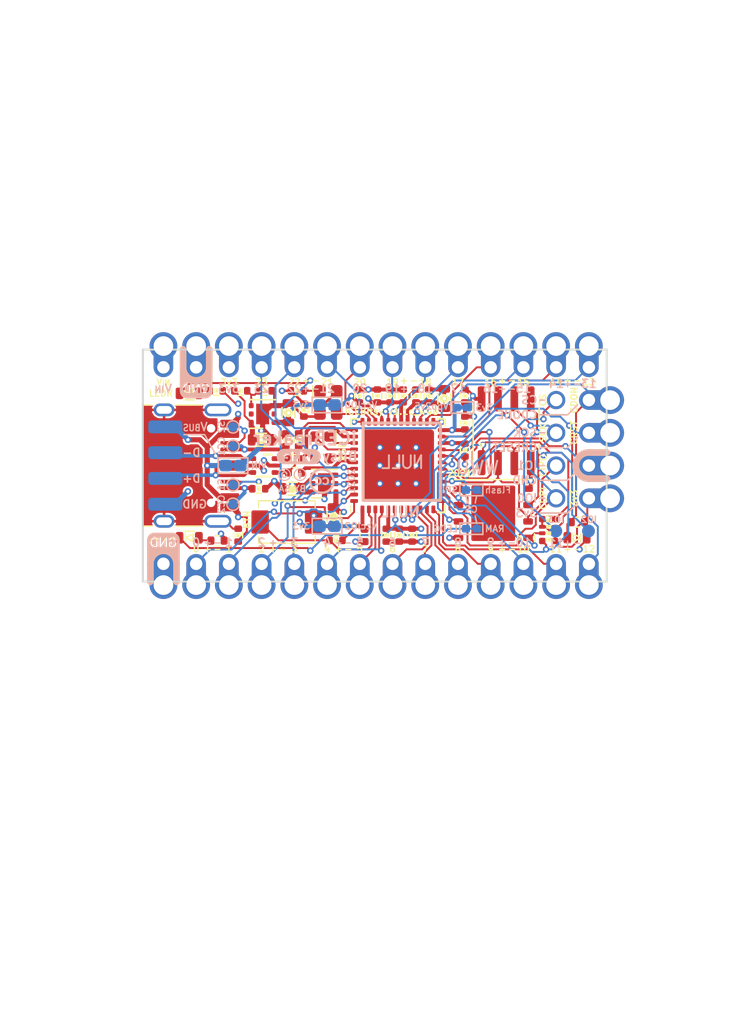
<source format=kicad_pcb>
(kicad_pcb (version 20241229) (generator "pcbnew") (generator_version "9.0")
  (title_block (title "iCEBreaker Bitsy") (date "2021-06-28") (rev "v1.1c_wwu") (company "NULL") (comment 1 "© 2018-2021 1BitSquared <info@1bitsquared.com>") (comment 2 "© 2018-2020 Piotr Esden-Tempski <piotr@esden.net>") (comment 3 "© 2020-2021 Jordi Pakey-Rodriguez <jordi@1bitsquared.com>") (comment 4 "License: CC BY-SA 4.0"))
  (layers (0 "F.Cu" signal) (4 "In1.Cu" power) (6 "In2.Cu" power) (2 "B.Cu" signal) (13 "F.Paste" user) (15 "B.Paste" user) (5 "F.SilkS" user "F.Silkscreen") (7 "B.SilkS" user "B.Silkscreen") (1 "F.Mask" user) (3 "B.Mask" user) (25 "Edge.Cuts" user))
  (property "NULL" "NULL")
  (net 0 "")
  (net 1 "+3V3")
  (net 2 "+1V2")
  (net 3 "GND")
  (net 4 "/CLK")
  (net 5 "/USB_N")
  (net 6 "/USB_P")
  (net 7 "/USB_DET")
  (net 8 "/VCCIO_2")
  (net 9 "/SBU2")
  (net 10 "/CC1")
  (net 11 "/SBU1")
  (net 12 "/CC2")
  (net 13 "/SHIELD")
  (net 14 "VIN")
  (net 15 "VBUS")
  (net 16 "/IOT_36b-~{LEDR}")
  (net 17 "/IOB_13b-~{LEDG}")
  (net 18 "/~{RGB0}")
  (net 19 "/~{RGB2}")
  (net 20 "/xD+")
  (net 21 "/xD-")
  (net 22 "/iD+")
  (net 23 "/iD-")
  (net 24 "/CLK_EN")
  (net 25 "/3V3_EN")
  (net 26 "/VCCPLL")
  (net 27 "/VPP_2V5")
  (net 28 "/~{RGB1}")
  (net 29 "/RAM_~{CS}")
  (net 30 "/FLASH_~{CS}")
  (net 31 "Net-(D1-PadA)")
  (net 32 "/VCCIO_0")
  (net 33 "/IOB_0a")
  (net 34 "/IOB_2a")
  (net 35 "/IOB_3b_G6")
  (net 36 "/IOB_4a")
  (net 37 "/IOB_5b")
  (net 38 "/IOB_8a")
  (net 39 "/IOB_9b")
  (net 40 "/IOT_37a")
  (net 41 "/IOT_38b")
  (net 42 "/IOT_39a")
  (net 43 "/IOT_41a")
  (net 44 "/IOT_42b")
  (net 45 "/IOT_43a")
  (net 46 "/IOT_44b")
  (net 47 "/IOT_48b")
  (net 48 "/IOB_16a")
  (net 49 "/IOB_23b")
  (net 50 "/IOB_25b_G3")
  (net 51 "/IOB_22a")
  (net 52 "/IOB_20a")
  (net 53 "/IOB_18a")
  (net 54 "/SPI_~{CS}")
  (net 55 "/~{CRESET}")
  (net 56 "/CDONE")
  (net 57 "/IOB_24a")
  (net 58 "/IOT_49a")
  (net 59 "/SPI_~{HLD}-IO3")
  (net 60 "/SPI_SCK")
  (net 61 "/SPI_CIPO-IO1")
  (net 62 "/SPI_COPI-IO0")
  (net 63 "/SPI_~{WP}-IO2")
  (net 64 "/~{BTN}")
  (net 65 "Net-(D2-PadA)")
  (footprint "pkl_pin_headers:Pin_Header_Straight_Round_1x01_Castellated" (layer "F.Cu") (at 36.14 57.62)
    (property "Reference" "P0" (hide yes))
    (property "Value" "0" (hide yes))
  )
  (footprint "pkl_pin_headers:Pin_Header_Straight_Round_1x01_Castellated" (layer "F.Cu") (at 66.62 50 90)
    (property "Reference" "P25" (hide yes))
    (property "Value" "GND" (hide yes))
  )
  (footprint "pkl_pin_headers:Pin_Header_Straight_Round_1x01_Castellated" (layer "F.Cu") (at 33.6 57.62)
    (property "Reference" "P24" (hide yes))
    (property "Value" "GND" (hide yes))
  )
  (footprint "pkl_pin_headers:Pin_Header_Straight_Round_1x01_Castellated" (layer "F.Cu") (at 66.62 52.54 90)
    (property "Reference" "P28" (hide yes))
    (property "Value" "3V3" (hide yes))
  )
  (footprint "pkl_pin_headers:Pin_Header_Straight_Round_1x01_Castellated" (layer "F.Cu") (at 38.68 42.38 180)
    (property "Reference" "P27" (hide yes))
    (property "Value" "3V3" (hide yes))
  )
  (footprint "pkl_pin_headers:Pin_Header_Straight_Round_1x01_Castellated" (layer "F.Cu") (at 38.68 57.62)
    (property "Reference" "P1" (hide yes))
    (property "Value" "1" (hide yes))
  )
  (footprint "pkl_pin_headers:Pin_Header_Straight_Round_1x01_Castellated" (layer "F.Cu") (at 36.14 42.38 180)
    (property "Reference" "P26" (hide yes))
    (property "Value" "GND" (hide yes))
  )
  (footprint "pkl_pin_headers:Pin_Header_Straight_Round_1x01_Castellated" (layer "F.Cu") (at 41.22 57.62)
    (property "Reference" "P2" (hide yes))
    (property "Value" "2" (hide yes))
  )
  (footprint "pkl_pin_headers:Pin_Header_Straight_Round_1x01_Castellated" (layer "F.Cu") (at 48.84 57.62)
    (property "Reference" "P5" (hide yes))
    (property "Value" "5" (hide yes))
  )
  (footprint "pkl_pin_headers:Pin_Header_Straight_Round_1x01_Castellated" (layer "F.Cu") (at 53.92 57.62)
    (property "Reference" "P7" (hide yes))
    (property "Value" "7" (hide yes))
  )
  (footprint "pkl_pin_headers:Pin_Header_Straight_Round_1x01_Castellated" (layer "F.Cu") (at 43.76 42.38 180)
    (property "Reference" "P22" (hide yes))
    (property "Value" "22" (hide yes))
  )
  (footprint "pkl_pin_headers:Pin_Header_Straight_Round_1x01_Castellated" (layer "F.Cu") (at 53.92 42.38 180)
    (property "Reference" "P18" (hide yes))
    (property "Value" "18" (hide yes))
  )
  (footprint "pkl_pin_headers:Pin_Header_Straight_Round_1x01_Castellated" (layer "F.Cu") (at 51.38 57.62)
    (property "Reference" "P6" (hide yes))
    (property "Value" "6" (hide yes))
  )
  (footprint "pkl_pin_headers:Pin_Header_Straight_Round_1x01_Castellated" (layer "F.Cu") (at 43.76 57.62)
    (property "Reference" "P3" (hide yes))
    (property "Value" "3" (hide yes))
  )
  (footprint "pkl_pin_headers:Pin_Header_Straight_Round_1x01_Castellated" (layer "F.Cu") (at 46.3 57.62)
    (property "Reference" "P4" (hide yes))
    (property "Value" "4" (hide yes))
  )
  (footprint "pkl_pin_headers:Pin_Header_Straight_Round_1x01_Castellated" (layer "F.Cu") (at 46.3 42.38 180)
    (property "Reference" "P21" (hide yes))
    (property "Value" "21" (hide yes))
  )
  (footprint "pkl_pin_headers:Pin_Header_Straight_Round_1x01_Castellated" (layer "F.Cu") (at 51.38 42.38 180)
    (property "Reference" "P19" (hide yes))
    (property "Value" "19" (hide yes))
  )
  (footprint "pkl_pin_headers:Pin_Header_Straight_Round_1x01_Castellated" (layer "F.Cu") (at 56.46 42.38 180)
    (property "Reference" "P17" (hide yes))
    (property "Value" "17" (hide yes))
  )
  (footprint "pkl_pin_headers:Pin_Header_Straight_Round_1x01_Castellated" (layer "F.Cu") (at 61.54 42.38 180)
    (property "Reference" "P15" (hide yes))
    (property "Value" "15" (hide yes))
  )
  (footprint "pkl_pin_headers:Pin_Header_Straight_Round_1x01_Castellated" (layer "F.Cu") (at 48.84 42.38 180)
    (property "Reference" "P20" (hide yes))
    (property "Value" "20" (hide yes))
  )
  (footprint "pkl_pin_headers:Pin_Header_Straight_Round_1x01_Castellated" (layer "F.Cu") (at 66.62 57.62)
    (property "Reference" "P12" (hide yes))
    (property "Value" "12" (hide yes))
  )
  (footprint "pkl_pin_headers:Pin_Header_Straight_Round_1x01_Castellated" (layer "F.Cu") (at 64.08 42.38 180)
    (property "Reference" "P14" (hide yes))
    (property "Value" "14" (hide yes))
  )
  (footprint "pkl_pin_headers:Pin_Header_Straight_Round_1x01_Castellated" (layer "F.Cu") (at 66.62 42.38 180)
    (property "Reference" "P13" (hide yes))
    (property "Value" "13" (hide yes))
  )
  (footprint "pkl_pin_headers:Pin_Header_Straight_Round_1x01_Castellated" (layer "F.Cu") (at 59 57.62)
    (property "Reference" "P9" (hide yes))
    (property "Value" "9" (hide yes))
  )
  (footprint "pkl_pin_headers:Pin_Header_Straight_Round_1x01_Castellated" (layer "F.Cu") (at 56.46 57.62)
    (property "Reference" "P8" (hide yes))
    (property "Value" "8" (hide yes))
  )
  (footprint "pkl_pin_headers:Pin_Header_Straight_Round_1x01_Castellated" (layer "F.Cu") (at 41.22 42.38 180)
    (property "Reference" "P23" (hide yes))
    (property "Value" "23" (hide yes))
  )
  (footprint "pkl_pin_headers:Pin_Header_Straight_Round_1x01_Castellated" (layer "F.Cu") (at 66.62 47.46 90)
    (property "Reference" "P31" (hide yes))
    (property "Value" "CRESET" (hide yes))
  )
  (footprint "pkl_pin_headers:Pin_Header_Straight_Round_1x01_Castellated" (layer "F.Cu") (at 66.62 44.92 90)
    (property "Reference" "P30" (hide yes))
    (property "Value" "CDONE" (hide yes))
  )
  (footprint "pkl_pin_headers:Pin_Header_Straight_Round_1x01_Castellated" (layer "F.Cu") (at 64.08 57.62)
    (property "Reference" "P11" (hide yes))
    (property "Value" "11" (hide yes))
  )
  (footprint "pkl_pin_headers:Pin_Header_Straight_Round_1x01_Castellated" (layer "F.Cu") (at 61.54 57.62)
    (property "Reference" "P10" (hide yes))
    (property "Value" "10" (hide yes))
  )
  (footprint "pkl_pin_headers:Pin_Header_Straight_Round_1x01_Castellated" (layer "F.Cu") (at 59 42.38 180)
    (property "Reference" "P16" (hide yes))
    (property "Value" "16" (hide yes))
  )
  (footprint "pkl_pin_headers:Pin_Header_Straight_Round_1x01" (layer "F.Cu") (at 64.08 47.46)
    (property "Reference" "P37" (hide yes))
    (property "Value" "SCK" (hide yes))
  )
  (footprint "pkl_pin_headers:Pin_Header_Straight_Round_1x01" (layer "F.Cu") (at 64.08 50)
    (property "Reference" "P38" (hide yes))
    (property "Value" "CIPO" (hide yes))
  )
  (footprint "pkl_pin_headers:Pin_Header_Straight_Round_1x01" (layer "F.Cu") (at 64.08 52.54)
    (property "Reference" "P39" (hide yes))
    (property "Value" "COPI" (hide yes))
  )
  (footprint "pkl_pin_headers:Pin_Header_Straight_Round_1x01" (layer "F.Cu") (at 64.08 44.92)
    (property "Reference" "P36" (hide yes))
    (property "Value" "CS" (hide yes))
  )
  (footprint "pkl_housings_sot:SOT-666" (layer "F.Cu") (at 41.4 50)
    (property "Reference" "U1")
    (property "Value" "USBLC6-2" (hide yes))
  )
  (footprint "pkl_dipol:C_0402" (layer "F.Cu") (at 57 44.6 -90)
    (property "Reference" "C7")
    (property "Value" "100n" (hide yes))
  )
  (footprint "Package_SON:WSON-6-1EP_2x2mm_P0.65mm_EP1x1.6mm" (layer "F.Cu") (at 46.1 51.4 180)
    (property "Reference" "U3" (hide yes))
    (property "Value" "TLV73312PDRV" (hide yes))
  )
  (footprint "Package_SON:WSON-6-1EP_2x2mm_P0.65mm_EP1x1.6mm" (layer "F.Cu") (at 41.3 46 180)
    (property "Reference" "U2" (hide yes))
    (property "Value" "TLV75533PDRV" (hide yes))
  )
  (footprint "pkl_misc:Oscillator_SMD_SCTF_S2DXX-4Pin_2.5x2.0mm" (layer "F.Cu") (at 46.4 45.1 -90)
    (property "Reference" "X1" (hide yes))
    (property "Value" "12MHz" (hide yes))
  )
  (footprint "pkl_dipol:C_0402" (layer "F.Cu") (at 57 48.8 -90)
    (property "Reference" "C11")
    (property "Value" "100n" (hide yes))
  )
  (footprint "pkl_dipol:C_0402" (layer "F.Cu") (at 48.8 44.6 90)
    (property "Reference" "C10")
    (property "Value" "100n" (hide yes))
  )
  (footprint "pkl_dipol:R_0402" (layer "F.Cu") (at 53.2 44.6 90)
    (property "Reference" "R14")
    (property "Value" "100E" (hide yes))
  )
  (footprint "pkl_dipol:R_0402" (layer "F.Cu") (at 47 55.8)
    (property "Reference" "R10")
    (property "Value" "10k" (hide yes))
  )
  (footprint "pkl_dipol:R_0402" (layer "F.Cu") (at 37.7 44.2)
    (property "Reference" "R11")
    (property "Value" "2k2" (hide yes))
  )
  (footprint "pkl_dipol:R_0402" (layer "F.Cu") (at 44 44.2)
    (property "Reference" "R8")
    (property "Value" "10k" (hide yes))
  )
  (footprint "pkl_dipol:D_0603" (layer "F.Cu") (at 35.6 55.6)
    (property "Reference" "D2")
    (property "Value" "GRN" (hide yes))
  )
  (footprint "Package_SON:WSON-8-1EP_6x5mm_P1.27mm_EP3.4x4.3mm" (layer "F.Cu") (at 59.2 53.7 180)
    (property "Reference" "U5" (hide yes))
    (property "Value" "W25Q128JVxxM" (hide yes))
  )
  (footprint "pkl_dipol:D_0603" (layer "F.Cu") (at 35.6 44.4)
    (property "Reference" "D1")
    (property "Value" "RED" (hide yes))
  )
  (footprint "pkl_dipol:C_0603" (layer "F.Cu") (at 46.8 53.97 -90)
    (property "Reference" "C5")
    (property "Value" "4u7" (hide yes))
  )
  (footprint "pkl_dipol:C_0603" (layer "F.Cu") (at 43.6 51.8 180)
    (property "Reference" "C4")
    (property "Value" "4u7" (hide yes))
  )
  (footprint "pkl_dipol:C_0603" (layer "F.Cu") (at 41.2 48)
    (property "Reference" "C2")
    (property "Value" "4u7" (hide yes))
  )
  (footprint "pkl_dipol:C_0603" (layer "F.Cu") (at 43.3 45.9 90)
    (property "Reference" "C3")
    (property "Value" "4u7" (hide yes))
  )
  (footprint "pkl_dipol:C_0402" (layer "F.Cu") (at 52.2 44.6 90)
    (property "Reference" "C16")
    (property "Value" "10n" (hide yes))
  )
  (footprint "pkl_dipol:C_0402" (layer "F.Cu") (at 54.2 44.6 90)
    (property "Reference" "C9")
    (property "Value" "100n" (hide yes))
  )
  (footprint "pkl_dipol:C_0402" (layer "F.Cu") (at 51.2 44.6 90)
    (property "Reference" "C17")
    (property "Value" "100n" (hide yes))
  )
  (footprint "pkl_dipol:C_0402" (layer "F.Cu") (at 44.5 45.7 -90)
    (property "Reference" "C6")
    (property "Value" "100n" (hide yes))
  )
  (footprint "pkl_dipol:C_0402" (layer "F.Cu") (at 50.2 44.6 90)
    (property "Reference" "C18")
    (property "Value" "1u" (hide yes))
  )
  (footprint "pkl_dipol:C_0402" (layer "F.Cu") (at 57 46.7 90)
    (property "Reference" "C8")
    (property "Value" "100n" (hide yes))
  )
  (footprint "pkl_dipol:C_0402" (layer "F.Cu") (at 50.9 55.4 -90)
    (property "Reference" "C13")
    (property "Value" "10n" (hide yes))
  )
  (footprint "pkl_dipol:C_0402" (layer "F.Cu") (at 51.9 55.4 -90)
    (property "Reference" "C14")
    (property "Value" "100n" (hide yes))
  )
  (footprint "pkl_dipol:C_0402" (layer "F.Cu") (at 52.9 55.4 -90)
    (property "Reference" "C15")
    (property "Value" "1u" (hide yes))
  )
  (footprint "pkl_dipol:R_0402" (layer "F.Cu") (at 39.6 44.2)
    (property "Reference" "R7")
    (property "Value" "10k" (hide yes))
  )
  (footprint "pkl_dipol:C_0402" (layer "F.Cu") (at 41.5 44.2)
    (property "Reference" "C1")
    (property "Value" "1u" (hide yes))
  )
  (footprint "pkl_dipol:R_0402" (layer "F.Cu") (at 43.8 49.5 180)
    (property "Reference" "R4")
    (property "Value" "22E" (hide yes))
  )
  (footprint "pkl_dipol:R_0402" (layer "F.Cu") (at 44.1 48 -90)
    (property "Reference" "R6")
    (property "Value" "1k5" (hide yes))
  )
  (footprint "Package_SO:SOIC-8_3.9x4.9mm_P1.27mm" (layer "F.Cu") (at 60.2 47.3 90)
    (property "Reference" "U4" (hide yes))
    (property "Value" "LY68L6400" (hide yes))
  )
  (footprint "pkl_dipol:R_0402" (layer "F.Cu") (at 43.1 48 -90)
    (property "Reference" "R2")
    (property "Value" "5k1" (hide yes))
  )
  (footprint "pkl_dipol:R_0402" (layer "F.Cu") (at 41 51.8 180)
    (property "Reference" "R3")
    (property "Value" "5k1" (hide yes))
  )
  (footprint "pkl_housings_dfn_qfn:QFN-48-1EP_7x7mm_Pitch0.5mm" (layer "F.Cu") (at 51.8 50 90)
    (property "Reference" "U6")
    (property "Value" "ICE40UP5K-SG48" (hide yes))
  )
  (footprint "pkl_dipol:R_Array_Convex_4x0402" (layer "F.Cu") (at 63.5 55 180)
    (property "Reference" "R9")
    (property "Value" "10k" (hide yes))
  )
  (footprint "pkl_led:LED_TRI_2020" (layer "F.Cu") (at 45.9 48.6 -90)
    (property "Reference" "D4")
    (property "Value" "FM-B2020RGBA-HG" (hide yes))
  )
  (footprint "pkl_dipol:D_0603" (layer "F.Cu") (at 65.7 55.6 180)
    (property "Reference" "D3")
    (property "Value" "BLU" (hide yes))
  )
  (footprint "pkl_dipol:C_0603" (layer "F.Cu") (at 55.4 44.8 90)
    (property "Reference" "C19")
    (property "Value" "10u" (hide yes))
  )
  (footprint "pkl_dipol:R_0402" (layer "F.Cu") (at 39.4 55.4 90)
    (property "Reference" "R1")
    (property "Value" "1M" (hide yes))
  )
  (footprint "pkl_connectors:USB_C_Receptacle_HRO_TYPE-C-31-M-12" (layer "F.Cu") (at 34.7 50 -90)
    (property "Reference" "J1" (hide yes))
    (property "Value" "USB_C" (hide yes))
  )
  (footprint "pkl_pin_headers:Pin_Header_Straight_Round_1x01_Castellated" (layer "F.Cu") (at 33.6 42.38 180)
    (property "Reference" "P29" (hide yes))
    (property "Value" "VIN" (hide yes))
  )
  (footprint "SWitch:TS-1088-AR02016" (layer "F.Cu") (at 43.18 54.38 90)
    (property "Reference" "SW1" (hide yes))
    (property "Value" "TACT")
  )
  (footprint "Resistor_SMD:R_0402_1005Metric" (layer "F.Cu") (at 43.81 50.54 180)
    (property "Reference" "R5" (hide yes))
    (property "Value" "22E")
  )
  (footprint "Resistor_SMD:R_0402_1005Metric" (layer "F.Cu") (at 37.8 55.82)
    (property "Reference" "R12" (hide yes))
    (property "Value" "2k2")
  )
  (footprint "Resistor_SMD:R_0402_1005Metric" (layer "F.Cu") (at 65.77 54.39)
    (property "Reference" "R13" (hide yes))
    (property "Value" "2k2")
  )
  (footprint "Capacitor_SMD:C_0402_1005Metric" (layer "F.Cu") (at 49.21 55.42 -90)
    (property "Reference" "C12" (hide yes))
    (property "Value" "100n")
  )
  (footprint "pkl_logos:Symbol_CC_SilkScreen_2mm" (layer "B.Cu") (at 45.9 51.2 180)
    (property "Reference" "REF**" (hide yes))
    (property "Value" "Symbol_CC_SilkScreen_2mm" (hide yes))
  )
  (footprint "pkl_logos:Symbol_CC-SA_SilkScreen_1mm" (layer "B.Cu") (at 43 50.7 180)
    (property "Reference" "REF**" (hide yes))
    (property "Value" "Symbol_CC-SA_SilkScreen_1mm" (hide yes))
  )
  (footprint "pkl_logos:Symbol_CC-BY_SilkScreen_1mm" (layer "B.Cu") (at 44.2 50.7 180)
    (property "Reference" "REF**" (hide yes))
    (property "Value" "Symbol_CC-BY_SilkScreen_1mm" (hide yes))
  )
  (footprint "pkl_pads:PAD_SMD_R_1x1" (layer "B.Cu") (at 64.05 55.08)
    (property "Reference" "P40" (hide yes))
    (property "Value" "IO3" (hide yes))
  )
  (footprint "pkl_pads:PAD_SMD_R_1x1" (layer "B.Cu") (at 66.59 55.08)
    (property "Reference" "P41" (hide yes))
    (property "Value" "IO2" (hide yes))
  )
  (footprint "pkl_jumpers:J_NC_0402_15" (layer "B.Cu") (at 57.5 51.9 180)
    (property "Reference" "JP3")
    (property "Value" "Flash_CS-SPI_CS" (hide yes))
  )
  (footprint "pkl_jumpers:J_NC_0603_30" (layer "B.Cu") (at 46.3 54.7 180)
    (property "Reference" "JP6")
    (property "Value" "VccIO2" (hide yes))
  )
  (footprint "pkl_jumpers:J_NC_0603_30" (layer "B.Cu") (at 46.3 45.3 180)
    (property "Reference" "JP5")
    (property "Value" "VccIO0" (hide yes))
  )
  (footprint "pkl_jumpers:J_NC_0402_15" (layer "B.Cu") (at 57.5 54.9 180)
    (property "Reference" "JP2")
    (property "Value" "RAM_CS-LEDG" (hide yes))
  )
  (footprint "pkl_jumpers:J_NC_0402_30" (layer "B.Cu") (at 56.8 45.5 180)
    (property "Reference" "JP4")
    (property "Value" "Vpp2v5" (hide yes))
  )
  (footprint "pkl_pads:PAD_SMD_1x2.65_ROUNDED" (layer "B.Cu") (at 33.75 53)
    (property "Reference" "P35")
    (property "Value" "UP" (hide yes))
  )
  (footprint "pkl_pads:PAD_SMD_1x2.65_ROUNDED" (layer "B.Cu") (at 33.75 51)
    (property "Reference" "P34")
    (property "Value" "UP" (hide yes))
  )
  (footprint "pkl_pads:PAD_SMD_1x2.65_ROUNDED" (layer "B.Cu") (at 33.75 49)
    (property "Reference" "P33")
    (property "Value" "UP" (hide yes))
  )
  (footprint "pkl_pads:PAD_SMD_1x2.65_ROUNDED" (layer "B.Cu") (at 33.75 47)
    (property "Reference" "P32")
    (property "Value" "UP" (hide yes))
  )
  (footprint "pkl_jumpers:J_NC_0603_40" (layer "B.Cu") (at 39 50)
    (property "Reference" "JP1")
    (property "Value" "VIN-VBUS" (hide yes))
  )
  (footprint "svg2mod" (layer "B.Cu") (at 36.14 44 180)
    (property "Reference" "svg2mod" (hide yes))
    (property "Value" "G***" (hide yes))
  )
  (footprint "pkl_logos:null_Logo_SilkS_6mm" (layer "B.Cu") (at 52.1 49.7 180)
    (property "Reference" "REF**" (hide yes))
    (property "Value" "null_Logo_SilkS_6mm" (hide yes))
  )
  (footprint "pkl_misc:TestPoint_Pad_D0.75mm" (layer "B.Cu") (at 39 47 180)
    (property "Reference" "TP4" (hide yes))
    (property "Value" "SBU2")
  )
  (footprint "svg2mod" (layer "B.Cu") (at 33.6 55.95 180)
    (property "Reference" "svg2mod" (hide yes))
    (property "Value" "G***" (hide yes))
  )
  (footprint "pkl_misc:TestPoint_Pad_D0.75mm" (layer "B.Cu") (at 39 51.5 180)
    (property "Reference" "TP3" (hide yes))
    (property "Value" "SBU1" (hide yes))
  )
  (footprint "pkl_misc:TestPoint_Pad_D0.75mm" (layer "B.Cu") (at 39 48.5 180)
    (property "Reference" "TP1" (hide yes))
    (property "Value" "CC1")
  )
  (footprint "pkl_misc:TestPoint_Pad_D0.75mm" (layer "B.Cu") (at 39 53 180)
    (property "Reference" "TP2" (hide yes))
    (property "Value" "CC2" (hide yes))
  )
  (footprint "svg2mod" (layer "B.Cu") (at 44.1 49.3 180)
    (property "Reference" "svg2mod" (hide yes))
    (property "Value" "G***" (hide yes))
  )
  (gr_line (start 37.156 40.983) (end 37.156 42.38) (stroke (width 0.508)) (layer "F.SilkS"))
  (gr_arc (start 37.156 42.38) (mid 36.14 43.396) (end 35.124 42.38) (stroke (width 0.508)) (layer "F.SilkS"))
  (gr_line (start 35.124 40.983) (end 35.124 42.4435) (stroke (width 0.508)) (layer "F.SilkS"))
  (gr_line (start 34.616 59.017) (end 34.616 57.5565) (stroke (width 0.508)) (layer "F.SilkS"))
  (gr_arc (start 32.584 57.62) (mid 33.6 56.604) (end 34.616 57.62) (stroke (width 0.508)) (layer "F.SilkS"))
  (gr_line (start 32.584 59.017) (end 32.584 57.62) (stroke (width 0.508)) (layer "F.SilkS"))
  (gr_line (start 68.017 48.984) (end 66.5565 48.984) (stroke (width 0.508)) (layer "F.SilkS"))
  (gr_arc (start 66.62 51.016) (mid 65.604 50) (end 66.62 48.984) (stroke (width 0.508)) (layer "F.SilkS"))
  (gr_line (start 68.017 51.016) (end 66.62 51.016) (stroke (width 0.508)) (layer "F.SilkS"))
  (gr_line (start 32.3935 56.858) (end 32.3935 55.7785) (stroke (width 0.127)) (layer "B.SilkS"))
  (gr_line (start 32.9015 55.2705) (end 34.2985 55.2705) (stroke (width 0.127)) (layer "B.SilkS"))
  (gr_line (start 34.8065 55.7785) (end 34.8065 56.858) (stroke (width 0.127)) (layer "B.SilkS"))
  (gr_line (start 34.9335 44.2215) (end 34.9335 43.142) (stroke (width 0.127)) (layer "B.SilkS"))
  (gr_line (start 36.8385 44.7295) (end 35.4415 44.7295) (stroke (width 0.127)) (layer "B.SilkS"))
  (gr_line (start 37.3465 43.142) (end 37.3465 44.2215) (stroke (width 0.127)) (layer "B.SilkS"))
  (gr_arc (start 35.4415 44.7295) (mid 35.08229 44.58071) (end 34.9335 44.2215) (stroke (width 0.127)) (layer "B.SilkS"))
  (gr_arc (start 37.3465 44.2215) (mid 37.19771 44.58071) (end 36.8385 44.7295) (stroke (width 0.127)) (layer "B.SilkS"))
  (gr_arc (start 34.2985 55.2705) (mid 34.65771 55.41929) (end 34.8065 55.7785) (stroke (width 0.127)) (layer "B.SilkS"))
  (gr_arc (start 32.3935 55.7785) (mid 32.54229 55.41929) (end 32.9015 55.2705) (stroke (width 0.127)) (layer "B.SilkS"))
  (gr_line (start 34.2985 56.6675) (end 32.9015 56.6675) (stroke (width 0.127)) (layer "B.SilkS"))
  (gr_arc (start 32.9015 56.6675) (mid 32.54229 56.51871) (end 32.3935 56.1595) (stroke (width 0.127)) (layer "B.SilkS"))
  (gr_arc (start 34.8065 56.1595) (mid 34.65771 56.51871) (end 34.2985 56.6675) (stroke (width 0.127)) (layer "B.SilkS"))
  (gr_line (start 35.4415 43.3325) (end 36.8385 43.3325) (stroke (width 0.127)) (layer "B.SilkS"))
  (gr_arc (start 36.8385 43.3325) (mid 37.19771 43.48129) (end 37.3465 43.8405) (stroke (width 0.127)) (layer "B.SilkS"))
  (gr_arc (start 34.9335 43.8405) (mid 35.08229 43.48129) (end 35.4415 43.3325) (stroke (width 0.127)) (layer "B.SilkS"))
  (gr_line (start 35.0605 43.396) (end 34.997 43.4595) (stroke (width 0.254)) (layer "B.SilkS"))
  (gr_line (start 37.283 43.4595) (end 37.2195 43.396) (stroke (width 0.254)) (layer "B.SilkS"))
  (gr_line (start 35.124 40.983) (end 35.124 43.142) (stroke (width 0.508)) (layer "B.SilkS"))
  (gr_line (start 37.156 40.983) (end 37.156 43.142) (stroke (width 0.508)) (layer "B.SilkS"))
  (gr_arc (start 37.156 42.38) (mid 36.14 43.396) (end 35.124 42.38) (stroke (width 0.508)) (layer "B.SilkS"))
  (gr_line (start 32.584 59.017) (end 32.584 56.858) (stroke (width 0.508)) (layer "B.SilkS"))
  (gr_line (start 34.616 59.017) (end 34.616 56.858) (stroke (width 0.508)) (layer "B.SilkS"))
  (gr_arc (start 32.584 57.62) (mid 33.6 56.604) (end 34.616 57.62) (stroke (width 0.508)) (layer "B.SilkS"))
  (gr_line (start 32.457 56.5405) (end 32.5205 56.604) (stroke (width 0.254)) (layer "B.SilkS"))
  (gr_line (start 34.6795 56.604) (end 34.743 56.5405) (stroke (width 0.254)) (layer "B.SilkS"))
  (gr_line (start 62.81 48.603) (end 64.969 48.603) (stroke (width 0.12)) (layer "B.SilkS"))
  (gr_line (start 64.969 48.603) (end 65.731 47.841) (stroke (width 0.12)) (layer "B.SilkS"))
  (gr_line (start 62.81 46.063) (end 64.969 46.063) (stroke (width 0.12)) (layer "B.SilkS"))
  (gr_line (start 64.969 46.063) (end 65.731 45.301) (stroke (width 0.12)) (layer "B.SilkS"))
  (gr_line (start 62.81 53.683) (end 64.969 53.683) (stroke (width 0.12)) (layer "B.SilkS"))
  (gr_line (start 64.969 53.683) (end 65.731 52.921) (stroke (width 0.12)) (layer "B.SilkS"))
  (gr_line (start 68.017 51.016) (end 66.5565 51.016) (stroke (width 0.508)) (layer "B.SilkS"))
  (gr_arc (start 66.62 51.016) (mid 65.604 50) (end 66.62 48.984) (stroke (width 0.508)) (layer "B.SilkS"))
  (gr_line (start 68.017 48.984) (end 66.62 48.984) (stroke (width 0.508)) (layer "B.SilkS"))
  (gr_line (start 64.969 51.143) (end 65.731 50.381) (stroke (width 0.12)) (layer "B.SilkS"))
  (gr_line (start 62.81 51.143) (end 64.969 51.143) (stroke (width 0.12)) (layer "B.SilkS"))
  (gr_line (start 62.81 52.54) (end 63.191 52.54) (stroke (width 0.12)) (layer "B.SilkS"))
  (gr_line (start 62.81 50) (end 63.191 50) (stroke (width 0.12)) (layer "B.SilkS"))
  (gr_line (start 62.81 47.46) (end 63.191 47.46) (stroke (width 0.12)) (layer "B.SilkS"))
  (gr_line (start 62.81 44.92) (end 63.191 44.92) (stroke (width 0.12)) (layer "B.SilkS"))
  (gr_line (start 37.85 49.5) (end 36.8 47.6) (stroke (width 0.12)) (layer "B.SilkS"))
  (gr_line (start 36.8 47.6) (end 35.2 47.6) (stroke (width 0.12)) (layer "B.SilkS"))
  (gr_line (start 37.25 44.4) (end 37.25 43.65) (stroke (width 0.12)) (layer "B.SilkS"))
  (gr_line (start 37.1 44.55) (end 35.15 44.55) (stroke (width 0.25)) (layer "B.SilkS"))
  (gr_line (start 57.9 54.4) (end 57.8 53.9) (stroke (width 0.12)) (layer "B.SilkS"))
  (gr_line (start 34.56 56.5) (end 32.61 56.5) (stroke (width 0.25)) (layer "B.SilkS"))
  (gr_line (start 34.56 55.4) (end 32.65 55.4) (stroke (width 0.2)) (layer "B.SilkS"))
  (gr_line (start 57.9 52.4) (end 57.8 52.9) (stroke (width 0.12)) (layer "B.SilkS"))
  (gr_line (start 57.1 52.4) (end 57.2 52.9) (stroke (width 0.12)) (layer "B.SilkS"))
  (gr_line (start 37.1 43.45) (end 35.15 43.45) (stroke (width 0.2)) (layer "B.SilkS"))
  (gr_line (start 35 44.4) (end 35 43.65) (stroke (width 0.12)) (layer "B.SilkS"))
  (gr_line (start 32.46 56.35) (end 32.46 55.6) (stroke (width 0.12)) (layer "B.SilkS"))
  (gr_line (start 34.71 56.35) (end 34.71 55.6) (stroke (width 0.12)) (layer "B.SilkS"))
  (gr_line (start 32 41) (end 68 41) (stroke (width 0.15)) (layer "Edge.Cuts"))
  (gr_line (start 68 41) (end 68 59) (stroke (width 0.15)) (layer "Edge.Cuts"))
  (gr_line (start 68 59) (end 32 59) (stroke (width 0.15)) (layer "Edge.Cuts"))
  (gr_line (start 32 59) (end 32 41) (stroke (width 0.15)) (layer "Edge.Cuts"))
  (gr_text "+" (at 37.029 56.477 0) (layer "F.SilkS") (effects (font (size 0.5 0.5) (thickness 0.1))))
  (gr_text "-" (at 37.791 56.477 0) (layer "F.SilkS") (effects (font (size 0.5 0.5) (thickness 0.1))))
  (gr_text "+" (at 64.969 43.396 0) (layer "F.SilkS") (effects (font (size 0.5 0.5) (thickness 0.1))))
  (gr_text "-" (at 65.731 43.396 0) (layer "F.SilkS") (effects (font (size 0.5 0.5) (thickness 0.1))))
  (gr_text "17" (at 56.46 43.523 0) (layer "F.SilkS") (effects (font (size 0.5 0.5) (thickness 0.1))))
  (gr_text "16" (at 59 43.523 0) (layer "F.SilkS") (effects (font (size 0.5 0.5) (thickness 0.1))))
  (gr_text "15" (at 61.54 43.523 0) (layer "F.SilkS") (effects (font (size 0.5 0.5) (thickness 0.1))))
  (gr_text "10" (at 61.54 56.477 0) (layer "F.SilkS") (effects (font (size 0.5 0.5) (thickness 0.1))))
  (gr_text "14" (at 64.08 43.523 0) (layer "F.SilkS") (effects (font (size 0.5 0.5) (thickness 0.1))))
  (gr_text "13" (at 66.62 43.523 0) (layer "F.SilkS") (effects (font (size 0.5 0.5) (thickness 0.1))))
  (gr_text "7" (at 53.92 56.477 0) (layer "F.SilkS") (effects (font (size 0.5 0.5) (thickness 0.1))))
  (gr_text "6" (at 51.38 56.477 0) (layer "F.SilkS") (effects (font (size 0.5 0.5) (thickness 0.1))))
  (gr_text "8" (at 56.46 56.477 0) (layer "F.SilkS") (effects (font (size 0.5 0.5) (thickness 0.1))))
  (gr_text "11" (at 64.08 56.477 0) (layer "F.SilkS") (effects (font (size 0.5 0.5) (thickness 0.1))))
  (gr_text "9" (at 59 56.477 0) (layer "F.SilkS") (effects (font (size 0.5 0.5) (thickness 0.1))))
  (gr_text "4" (at 46.3 56.477 0) (layer "F.SilkS") (effects (font (size 0.5 0.5) (thickness 0.1))))
  (gr_text "5" (at 48.84 56.477 0) (layer "F.SilkS") (effects (font (size 0.5 0.5) (thickness 0.1))))
  (gr_text "3" (at 43.76 56.477 0) (layer "F.SilkS") (effects (font (size 0.5 0.5) (thickness 0.1))))
  (gr_text "2" (at 41.22 56.477 0) (layer "F.SilkS") (effects (font (size 0.5 0.5) (thickness 0.1))))
  (gr_text "0" (at 36.14 56.477 0) (layer "F.SilkS") (effects (font (size 0.5 0.5) (thickness 0.1))))
  (gr_text "1" (at 38.68 56.477 0) (layer "F.SilkS") (effects (font (size 0.5 0.5) (thickness 0.1))))
  (gr_text "COPI" (at 63.064 52.54 90) (layer "F.SilkS") (effects (font (size 0.5 0.5) (thickness 0.1))))
  (gr_text "CIPO" (at 63.064 50 90) (layer "F.SilkS") (effects (font (size 0.5 0.5) (thickness 0.1))))
  (gr_text "SCK" (at 63.064 47.46 90) (layer "F.SilkS") (effects (font (size 0.5 0.5) (thickness 0.1))))
  (gr_text "CRST" (at 65.477 47.46 90) (layer "F.SilkS") (effects (font (size 0.5 0.5) (thickness 0.1))))
  (gr_text "12" (at 66.62 56.477 0) (layer "F.SilkS") (effects (font (size 0.5 0.5) (thickness 0.1))))
  (gr_text "CDON" (at 65.477 44.92 90) (layer "F.SilkS") (effects (font (size 0.5 0.5) (thickness 0.1))))
  (gr_text "CS" (at 63.064 44.92 90) (layer "F.SilkS") (effects (font (size 0.5 0.5) (thickness 0.1))))
  (gr_text "BTN" (at 40.1 54.2 90) (layer "F.SilkS") (effects (font (size 0.5 0.5) (thickness 0.1))))
  (gr_text "23" (at 41.22 43.523 0) (layer "F.SilkS") (effects (font (size 0.5 0.5) (thickness 0.1))))
  (gr_text "V" (at 33.2825 43.523 0) (layer "F.SilkS") (effects (font (size 0.5 0.5) (thickness 0.1))))
  (gr_text "20" (at 48.84 43.523 0) (layer "F.SilkS") (effects (font (size 0.5 0.5) (thickness 0.1))))
  (gr_text "22" (at 43.76 43.523 0) (layer "F.SilkS") (effects (font (size 0.5 0.5) (thickness 0.1))))
  (gr_text "3v3" (at 38.68 43.523 0) (layer "F.SilkS") (effects (font (size 0.5 0.5) (thickness 0.1))))
  (gr_text "18" (at 53.92 43.523 0) (layer "F.SilkS") (effects (font (size 0.5 0.5) (thickness 0.1))))
  (gr_text "19" (at 51.38 43.523 0) (layer "F.SilkS") (effects (font (size 0.5 0.5) (thickness 0.1))))
  (gr_text "21" (at 46.3 43.523 0) (layer "F.SilkS") (effects (font (size 0.5 0.5) (thickness 0.1))))
  (gr_text "RGB" (at 47.5 48.9 90) (layer "F.SilkS") (effects (font (size 0.5 0.5) (thickness 0.1))))
  (gr_text "LEDR" (at 34.4 44.4 0) (layer "F.SilkS") (effects (font (size 0.5 0.5) (thickness 0.1)) (justify right)))
  (gr_text "LEDG" (at 34.43 55.6 0) (layer "F.SilkS") (effects (font (size 0.5 0.5) (thickness 0.1)) (justify right)))
  (gr_text "iCEBitsy ${REVISION}" (at 47.6 45.8 0) (layer "F.SilkS") (effects (font (size 0.5 0.5) (thickness 0.1)) (justify left)))
  (gr_text "3v3" (at 65.477 52.54 90) (layer "F.SilkS") (effects (font (size 0.5 0.5) (thickness 0.1))))
  (gr_text "IN" (at 33.8159 43.5738 0) (layer "F.SilkS") (effects (font (size 0.4 0.4) (thickness 0.1))))
  (gr_text "+" (at 44.649 43.396 0) (layer "F.SilkS") (effects (font (size 0.5 0.5) (thickness 0.1))))
  (gr_text "-" (at 60.651 56.477 0) (layer "F.SilkS") (effects (font (size 0.5 0.5) (thickness 0.1))))
  (gr_text "-" (at 60.651 43.396 0) (layer "F.SilkS") (effects (font (size 0.5 0.5) (thickness 0.1))))
  (gr_text "-" (at 47.951 56.477 0) (layer "F.SilkS") (effects (font (size 0.5 0.5) (thickness 0.1))))
  (gr_text "+" (at 42.109 56.477 0) (layer "F.SilkS") (effects (font (size 0.5 0.5) (thickness 0.1))))
  (gr_text "-" (at 65.731 56.477 0) (layer "F.SilkS") (effects (font (size 0.5 0.5) (thickness 0.1))))
  (gr_text "-" (at 53.031 43.396 0) (layer "F.SilkS") (effects (font (size 0.5 0.5) (thickness 0.1))))
  (gr_text "+" (at 47.189 56.477 0) (layer "F.SilkS") (effects (font (size 0.5 0.5) (thickness 0.1))))
  (gr_text "-" (at 45.411 43.396 0) (layer "F.SilkS") (effects (font (size 0.5 0.5) (thickness 0.1))))
  (gr_text "-" (at 42.871 56.477 0) (layer "F.SilkS") (effects (font (size 0.5 0.5) (thickness 0.1))))
  (gr_text "+" (at 59.889 56.477 0) (layer "F.SilkS") (effects (font (size 0.5 0.5) (thickness 0.1))))
  (gr_text "+" (at 59.889 43.396 0) (layer "F.SilkS") (effects (font (size 0.5 0.5) (thickness 0.1))))
  (gr_text "+" (at 52.269 43.396 0) (layer "F.SilkS") (effects (font (size 0.5 0.5) (thickness 0.1))))
  (gr_text "+" (at 64.969 56.477 0) (layer "F.SilkS") (effects (font (size 0.5 0.5) (thickness 0.1))))
  (gr_text "2021" (at 56.6 50.6 0) (layer "F.SilkS") (effects (font (size 0.5 0.5) (thickness 0.1))))
  (gr_text "iCEBreaker" (at 44.6 47.9 0) (layer "B.SilkS") (effects (font (size 1 1) (thickness 0.2)) (justify mirror)))
  (gr_text "Bitsy" (at 47.3 49.3 0) (layer "B.SilkS") (effects (font (size 0.75 0.75)) (justify mirror)))
  (gr_text "BY" (at 44.2 51.8 0) (layer "B.SilkS") (effects (font (size 0.5 0.5) (thickness 0.1)) (justify mirror)))
  (gr_text "1" (at 38.68 55.969 0) (layer "B.SilkS") (effects (font (size 0.625 0.625) (thickness 0.125)) (justify mirror)))
  (gr_text "2" (at 41.22 55.969 0) (layer "B.SilkS") (effects (font (size 0.625 0.625) (thickness 0.125)) (justify mirror)))
  (gr_text "3" (at 43.76 55.969 0) (layer "B.SilkS") (effects (font (size 0.625 0.625) (thickness 0.125)) (justify mirror)))
  (gr_text "4" (at 46.3 55.969 0) (layer "B.SilkS") (effects (font (size 0.625 0.625) (thickness 0.125)) (justify mirror)))
  (gr_text "6" (at 51.38 55.969 0) (layer "B.SilkS") (effects (font (size 0.625 0.625) (thickness 0.125)) (justify mirror)))
  (gr_text "7" (at 53.92 55.969 0) (layer "B.SilkS") (effects (font (size 0.625 0.625) (thickness 0.125)) (justify mirror)))
  (gr_text "8" (at 56.46 55.969 0) (layer "B.SilkS") (effects (font (size 0.625 0.625) (thickness 0.125)) (justify mirror)))
  (gr_text "5" (at 48.84 55.969 0) (layer "B.SilkS") (effects (font (size 0.625 0.625) (thickness 0.125)) (justify mirror)))
  (gr_text "${COMPANY}" (at 52 53.6 0) (layer "B.SilkS") (effects (font (size 0.8 0.8)) (justify mirror)))
  (gr_text "RAM" (at 58.5 54.9 0) (layer "B.SilkS") (effects (font (size 0.5 0.5) (thickness 0.1)) (justify right mirror)))
  (gr_text "9" (at 59 55.969 0) (layer "B.SilkS") (effects (font (size 0.625 0.625) (thickness 0.125)) (justify mirror)))
  (gr_text "10" (at 61.54 55.969 0) (layer "B.SilkS") (effects (font (size 0.625 0.625) (thickness 0.125)) (justify mirror)))
  (gr_text "11" (at 64.08 56 0) (layer "B.SilkS") (effects (font (size 0.625 0.625) (thickness 0.125)) (justify mirror)))
  (gr_text "0" (at 36.14 55.969 0) (layer "B.SilkS") (effects (font (size 0.625 0.625) (thickness 0.125)) (justify mirror)))
  (gr_text "13" (at 66.62 43.65 0) (layer "B.SilkS") (effects (font (size 0.625 0.625) (thickness 0.125)) (justify mirror)))
  (gr_text "14" (at 64.08 43.65 0) (layer "B.SilkS") (effects (font (size 0.625 0.625) (thickness 0.125)) (justify mirror)))
  (gr_text "15" (at 61.54 44.031 0) (layer "B.SilkS") (effects (font (size 0.625 0.625) (thickness 0.125)) (justify mirror)))
  (gr_text "16" (at 59 44.031 0) (layer "B.SilkS") (effects (font (size 0.625 0.625) (thickness 0.125)) (justify mirror)))
  (gr_text "17" (at 56.46 44.031 0) (layer "B.SilkS") (effects (font (size 0.625 0.625) (thickness 0.125)) (justify mirror)))
  (gr_text "18" (at 53.92 44.031 0) (layer "B.SilkS") (effects (font (size 0.625 0.625) (thickness 0.125)) (justify mirror)))
  (gr_text "19" (at 51.38 44.031 0) (layer "B.SilkS") (effects (font (size 0.625 0.625) (thickness 0.125)) (justify mirror)))
  (gr_text "20" (at 48.84 44.031 0) (layer "B.SilkS") (effects (font (size 0.625 0.625) (thickness 0.125)) (justify mirror)))
  (gr_text "21" (at 46.3 44.031 0) (layer "B.SilkS") (effects (font (size 0.625 0.625) (thickness 0.125)) (justify mirror)))
  (gr_text "22" (at 43.76 44.031 0) (layer "B.SilkS") (effects (font (size 0.625 0.625) (thickness 0.125)) (justify mirror)))
  (gr_text "3v3" (at 38.68 44.031 0) (layer "B.SilkS") (effects (font (size 0.625 0.625) (thickness 0.125)) (justify mirror)))
  (gr_text "23" (at 41.22 44.031 0) (layer "B.SilkS") (effects (font (size 0.625 0.625) (thickness 0.125)) (justify mirror)))
  (gr_text "V" (at 36.75 47 0) (layer "B.SilkS") (effects (font (size 0.625 0.625) (thickness 0.125)) (justify mirror)))
  (gr_text "D-" (at 35.775 49 0) (layer "B.SilkS") (effects (font (size 0.625 0.625) (thickness 0.125)) (justify mirror)))
  (gr_text "D+" (at 35.775 51 0) (layer "B.SilkS") (effects (font (size 0.625 0.625) (thickness 0.125)) (justify mirror)))
  (gr_text "GND" (at 36.025 53 0) (layer "B.SilkS") (effects (font (size 0.625 0.625) (thickness 0.125)) (justify mirror)))
  (gr_text "Vpp2v5" (at 55.8 45.4 0) (layer "B.SilkS") (effects (font (size 0.5 0.5) (thickness 0.1)) (justify left mirror)))
  (gr_text "VccIO0" (at 47.6 45.3 0) (layer "B.SilkS") (effects (font (size 0.5 0.5) (thickness 0.1)) (justify right mirror)))
  (gr_text "VccIO2" (at 47.6 54.7 0) (layer "B.SilkS") (effects (font (size 0.5 0.5) (thickness 0.1)) (justify right mirror)))
  (gr_text "Flash" (at 58.5 51.9 0) (layer "B.SilkS") (effects (font (size 0.5 0.5) (thickness 0.1)) (justify right mirror)))
  (gr_text "SA" (at 43 51.8 0) (layer "B.SilkS") (effects (font (size 0.5 0.5) (thickness 0.1)) (justify mirror)))
  (gr_text "VIN" (at 41 50 0) (layer "B.SilkS") (effects (font (size 0.5 0.5) (thickness 0.1)) (justify mirror)))
  (gr_text "+" (at 37.029 55.969 0) (layer "B.SilkS") (effects (font (size 0.5 0.5) (thickness 0.1)) (justify mirror)))
  (gr_text "-" (at 37.791 55.969 0) (layer "B.SilkS") (effects (font (size 0.5 0.5) (thickness 0.1)) (justify mirror)))
  (gr_text "+" (at 47.189 55.969 0) (layer "B.SilkS") (effects (font (size 0.5 0.5) (thickness 0.1)) (justify mirror)))
  (gr_text "-" (at 47.951 55.969 0) (layer "B.SilkS") (effects (font (size 0.5 0.5) (thickness 0.1)) (justify mirror)))
  (gr_text "-" (at 42.871 55.969 0) (layer "B.SilkS") (effects (font (size 0.5 0.5) (thickness 0.1)) (justify mirror)))
  (gr_text "+" (at 42.109 55.969 0) (layer "B.SilkS") (effects (font (size 0.5 0.5) (thickness 0.1)) (justify mirror)))
  (gr_text "+" (at 52.269 44.031 0) (layer "B.SilkS") (effects (font (size 0.5 0.5) (thickness 0.1)) (justify mirror)))
  (gr_text "-" (at 53.031 44.031 0) (layer "B.SilkS") (effects (font (size 0.5 0.5) (thickness 0.1)) (justify mirror)))
  (gr_text "+" (at 44.649 44.031 0) (layer "B.SilkS") (effects (font (size 0.5 0.5) (thickness 0.1)) (justify mirror)))
  (gr_text "-" (at 45.411 44.031 0) (layer "B.SilkS") (effects (font (size 0.5 0.5) (thickness 0.1)) (justify mirror)))
  (gr_text "+" (at 59.889 44.031 0) (layer "B.SilkS") (effects (font (size 0.5 0.5) (thickness 0.1)) (justify mirror)))
  (gr_text "-" (at 60.651 44.031 0) (layer "B.SilkS") (effects (font (size 0.5 0.5) (thickness 0.1)) (justify mirror)))
  (gr_text "+" (at 64.969 43.65 0) (layer "B.SilkS") (effects (font (size 0.5 0.5) (thickness 0.1)) (justify mirror)))
  (gr_text "-" (at 65.731 43.65 0) (layer "B.SilkS") (effects (font (size 0.5 0.5) (thickness 0.1)) (justify mirror)))
  (gr_text "+" (at 59.889 55.969 0) (layer "B.SilkS") (effects (font (size 0.5 0.5) (thickness 0.1)) (justify mirror)))
  (gr_text "-" (at 60.651 55.969 0) (layer "B.SilkS") (effects (font (size 0.5 0.5) (thickness 0.1)) (justify mirror)))
  (gr_text "+" (at 64.969 56 0) (layer "B.SilkS") (effects (font (size 0.5 0.5) (thickness 0.1)) (justify mirror)))
  (gr_text "-" (at 65.731 56 0) (layer "B.SilkS") (effects (font (size 0.5 0.5) (thickness 0.1)) (justify mirror)))
  (gr_text "IO2" (at 66.62 54.191 0) (layer "B.SilkS") (effects (font (size 0.5 0.5) (thickness 0.1)) (justify mirror)))
  (gr_text "IO3" (at 64.08 54.191 0) (layer "B.SilkS") (effects (font (size 0.5 0.5) (thickness 0.1)) (justify mirror)))
  (gr_text "CDONE" (at 62.683 46.063 0) (layer "B.SilkS") (effects (font (size 0.625 0.625) (thickness 0.125)) (justify left mirror)))
  (gr_text "3v3" (at 62.683 53.683 0) (layer "B.SilkS") (effects (font (size 0.625 0.625) (thickness 0.125)) (justify left mirror)))
  (gr_text "CRESET" (at 62.683 48.603 0) (layer "B.SilkS") (effects (font (size 0.625 0.625) (thickness 0.125)) (justify left mirror)))
  (gr_text "GND" (at 62.683 51.143 0) (layer "B.SilkS") (effects (font (size 0.625 0.625) (thickness 0.125)) (justify left mirror)))
  (gr_text "IO0" (at 62.683 52.54 0) (layer "B.SilkS") (effects (font (size 0.625 0.625) (thickness 0.125)) (justify left mirror)))
  (gr_text "IO1" (at 62.683 50 0) (layer "B.SilkS") (effects (font (size 0.625 0.625) (thickness 0.125)) (justify left mirror)))
  (gr_text "CS" (at 62.683 44.92 0) (layer "B.SilkS") (effects (font (size 0.625 0.625) (thickness 0.125)) (justify left mirror)))
  (gr_text "SCK" (at 62.683 47.46 0) (layer "B.SilkS") (effects (font (size 0.625 0.625) (thickness 0.125)) (justify left mirror)))
  (gr_text "V" (at 33.981 44.031 0) (layer "B.SilkS") (effects (font (size 0.625 0.625) (thickness 0.125)) (justify mirror)))
  (gr_text "IN" (at 33.2952 44.1072 0) (layer "B.SilkS") (effects (font (size 0.5 0.5) (thickness 0.1)) (justify mirror)))
  (gr_text "3v3" (at 44.3 45.3 0) (layer "B.SilkS") (effects (font (size 0.5 0.5) (thickness 0.1)) (justify mirror)))
  (gr_text "SPI" (at 56.5 51.9 0) (layer "B.SilkS") (effects (font (size 0.5 0.5) (thickness 0.1)) (justify left mirror)))
  (gr_text "3v3" (at 58.5 45.5 0) (layer "B.SilkS") (effects (font (size 0.5 0.5) (thickness 0.1)) (justify mirror)))
  (gr_text "S1" (at 38.1 51.5 90) (layer "B.SilkS") (effects (font (size 0.5 0.5) (thickness 0.1)) (justify mirror)))
  (gr_text "2021" (at 48.2 51.2 90) (layer "B.SilkS") (effects (font (size 0.5 0.5) (thickness 0.1)) (justify mirror)))
  (gr_text "BUS" (at 35.8 47.075 0) (layer "B.SilkS") (effects (font (size 0.5 0.45) (thickness 0.1)) (justify mirror)))
  (gr_text "S2" (at 38.1 47 90) (layer "B.SilkS") (effects (font (size 0.5 0.5) (thickness 0.1)) (justify mirror)))
  (gr_text "CC2" (at 38.1 53 90) (layer "B.SilkS") (effects (font (size 0.5 0.5) (thickness 0.1)) (justify mirror)))
  (gr_text "CS" (at 57.5 53.4 0) (layer "B.SilkS") (effects (font (size 0.5 0.5) (thickness 0.1)) (justify mirror)))
  (gr_text "WWU" (at 59.75 50.75 0) (layer "B.SilkS") (effects (font (size 1 1)) (justify left bottom mirror)))
  (gr_text "CC1" (at 38.1 48.5 90) (layer "B.SilkS") (effects (font (size 0.5 0.5) (thickness 0.1)) (justify mirror)))
  (gr_text "LEDG" (at 56.5 54.9 0) (layer "B.SilkS") (effects (font (size 0.5 0.5) (thickness 0.1)) (justify left mirror)))
  (gr_text "3v3" (at 44.3 54.7 0) (layer "B.SilkS") (effects (font (size 0.5 0.5) (thickness 0.1)) (justify mirror)))
  (segment (start 66.5 54) (end 66.5 52.63) (width 0.15) (layer "F.Cu") (net 1))
  (segment (start 66.5 52.63) (end 66.59 52.54) (width 0.15) (layer "F.Cu") (net 1))
  (segment (start 65.7 55.9) (end 65.7 54.8) (width 0.15) (layer "F.Cu") (net 1))
  (segment (start 65.7 54.8) (end 66.5 54) (width 0.15) (layer "F.Cu") (net 1))
  (segment (start 65.3 56.3) (end 65.7 55.9) (width 0.15) (layer "F.Cu") (net 1))
  (segment (start 64.45 56.3) (end 65.3 56.3) (width 0.15) (layer "F.Cu") (net 1))
  (segment (start 64 55.85) (end 64.45 56.3) (width 0.15) (layer "F.Cu") (net 1))
  (segment (start 64 55.25) (end 64 55.85) (width 0.15) (layer "F.Cu") (net 1))
  (segment (start 63.25 54.75) (end 63.75 55.25) (width 0.15) (layer "F.Cu") (net 1))
  (segment (start 63.75 55.25) (end 64 55.25) (width 0.15) (layer "F.Cu") (net 1))
  (segment (start 63 54.75) (end 63.25 54.75) (width 0.15) (layer "F.Cu") (net 1))
  (segment (start 63 54.15) (end 63 54.75) (width 0.15) (layer "F.Cu") (net 1))
  (segment (start 55.805 55.605) (end 55.8 55.6) (width 0.3) (layer "F.Cu") (net 1))
  (segment (start 56.5 55.605) (end 55.805 55.605) (width 0.3) (layer "F.Cu") (net 1))
  (segment (start 56 48.25) (end 56.95 48.25) (width 0.3) (layer "F.Cu") (net 1))
  (segment (start 57 44.1) (end 57.1 44.1) (width 0.3) (layer "F.Cu") (net 1))
  (segment (start 38.2 55.8) (end 38.2 55.75) (width 0.15) (layer "F.Cu") (net 1))
  (segment (start 45.35 49.45) (end 45.35 48.6) (width 0.2) (layer "F.Cu") (net 1))
  (segment (start 42.1875 46.65) (end 43.3 46.65) (width 0.4) (layer "F.Cu") (net 1))
  (segment (start 43.3 46.65) (end 43.3 45.918922) (width 0.4) (layer "F.Cu") (net 1))
  (segment (start 43.3 45.918922) (end 43.305046 45.913876) (width 0.4) (layer "F.Cu") (net 1))
  (segment (start 46.1 45.2) (end 47.05 44.25) (width 0.2) (layer "F.Cu") (net 1))
  (segment (start 43.5 44.2) (end 42.8 44.2) (width 0.2) (layer "F.Cu") (net 1))
  (segment (start 39.2 45.2) (end 39.4 45.2) (width 0.15) (layer "F.Cu") (net 1))
  (segment (start 56.95 48.25) (end 57 48.3) (width 0.3) (layer "F.Cu") (net 1))
  (segment (start 55.2 48.25) (end 56 48.25) (width 0.3) (layer "F.Cu") (net 1))
  (segment (start 66.2 52.93) (end 66.59 52.54) (width 0.15) (layer "F.Cu") (net 1))
  (segment (start 38.2 44.2) (end 39.2 45.2) (width 0.15) (layer "F.Cu") (net 1))
  (segment (start 58.295 44.825) (end 57.825 44.825) (width 0.3) (layer "F.Cu") (net 1))
  (segment (start 57.825 44.825) (end 57.6 44.6) (width 0.3) (layer "F.Cu") (net 1))
  (segment (start 57.1 44.1) (end 57.6 44.6) (width 0.3) (layer "F.Cu") (net 1))
  (segment (start 44.5 45.2) (end 43.5 44.2) (width 0.2) (layer "F.Cu") (net 1))
  (segment (start 44.5 45.2) (end 46.1 45.2) (width 0.2) (layer "F.Cu") (net 1))
  (segment (start 38.31 55.82) (end 38.31 55.53) (width 0.15) (layer "F.Cu") (net 1))
  (segment (start 38.31 55.53) (end 38.07 55.29) (width 0.15) (layer "F.Cu") (net 1))
  (via (at 55.8 55.6) (size 0.5) (drill 0.25) (layers "F.Cu" "B.Cu") (net 1))
  (via (at 56 48.25) (size 0.5) (drill 0.25) (layers "F.Cu" "B.Cu") (net 1))
  (via (at 45.35 48.6) (size 0.5) (drill 0.25) (layers "F.Cu" "B.Cu") (net 1))
  (via (at 44.18 54.363768) (size 0.5) (drill 0.25) (layers "F.Cu" "B.Cu") (net 1))
  (via (at 43.305046 45.913876) (size 0.5) (drill 0.25) (layers "F.Cu" "B.Cu") (net 1))
  (via (at 39.4 45.2) (size 0.5) (drill 0.25) (layers "F.Cu" "B.Cu") (net 1))
  (via (at 42.8 44.2) (size 0.5) (drill 0.25) (layers "F.Cu" "B.Cu") (net 1))
  (via (at 57.6 44.6) (size 0.5) (drill 0.25) (layers "F.Cu" "B.Cu") (net 1))
  (via (at 38.07 55.29) (size 0.5) (drill 0.25) (layers "F.Cu" "B.Cu") (net 1))
  (segment (start 57.4 44.8) (end 57.4 45.45001) (width 0.3) (layer "B.Cu") (net 1))
  (segment (start 57.6 44.6) (end 57.4 44.8) (width 0.3) (layer "B.Cu") (net 1))
  (segment (start 57.4 45.45001) (end 57.35001 45.5) (width 0.3) (layer "B.Cu") (net 1))
  (segment (start 43.305046 45.913876) (end 43.918922 45.3) (width 0.3) (layer "B.Cu") (net 1))
  (segment (start 43.918922 45.3) (end 45.725 45.3) (width 0.3) (layer "B.Cu") (net 1))
  (segment (start 45.725 54.7) (end 44.516232 54.7) (width 0.3) (layer "B.Cu") (net 1))
  (segment (start 44.516232 54.7) (end 44.18 54.363768) (width 0.3) (layer "B.Cu") (net 1))
  (segment (start 52.9 54.9) (end 53.6 54.9) (width 0.3) (layer "F.Cu") (net 2))
  (segment (start 52.05 45.25) (end 52.2 45.1) (width 0.3) (layer "F.Cu") (net 2))
  (segment (start 52.05 46.6) (end 52.05 45.25) (width 0.3) (layer "F.Cu") (net 2))
  (segment (start 47.25 53.6) (end 47.6 53.6) (width 0.4) (layer "F.Cu") (net 2))
  (segment (start 46.8 53.15) (end 47.25 53.6) (width 0.4) (layer "F.Cu") (net 2))
  (segment (start 49.8 45.1) (end 49.5 44.8) (width 0.3) (layer "F.Cu") (net 2))
  (segment (start 50.2 45.1) (end 49.8 45.1) (width 0.3) (layer "F.Cu") (net 2))
  (segment (start 53.2 44.1) (end 52.2 45.1) (width 0.3) (layer "F.Cu") (net 2))
  (segment (start 51.05 53.4) (end 51.05 54.75) (width 0.3) (layer "F.Cu") (net 2))
  (segment (start 51.05 54.75) (end 50.9 54.9) (width 0.3) (layer "F.Cu") (net 2))
  (segment (start 51.9 54.9) (end 52.9 54.9) (width 0.3) (layer "F.Cu") (net 2))
  (segment (start 50.9 54.9) (end 51.9 54.9) (width 0.3) (layer "F.Cu") (net 2))
  (segment (start 51.2 45.1) (end 50.2 45.1) (width 0.3) (layer "F.Cu") (net 2))
  (segment (start 52.2 45.1) (end 51.2 45.1) (width 0.3) (layer "F.Cu") (net 2))
  (segment (start 46.9875 52.05) (end 46.9875 52.9625) (width 0.4) (layer "F.Cu") (net 2))
  (segment (start 46.9875 52.9625) (end 46.8 53.15) (width 0.4) (layer "F.Cu") (net 2))
  (via (at 53.6 54.9) (size 0.5) (drill 0.25) (layers "F.Cu" "B.Cu") (net 2))
  (via (at 47.6 53.6) (size 0.5) (drill 0.25) (layers "F.Cu" "B.Cu") (net 2))
  (via (at 49.5 44.8) (size 0.5) (drill 0.25) (layers "F.Cu" "B.Cu") (net 2))
  (segment (start 41.5 51.8) (end 41.599992 51.8) (width 0.3) (layer "F.Cu") (net 3))
  (segment (start 42.85 51.8) (end 42.799992 51.8) (width 0.4) (layer "F.Cu") (net 3))
  (segment (start 42.799992 51.8) (end 42.199992 51.2) (width 0.4) (layer "F.Cu") (net 3))
  (segment (start 62.105 51.195) (end 62.105 51.59) (width 0.3) (layer "F.Cu") (net 3))
  (segment (start 62.105 51.59) (end 61.9 51.795) (width 0.3) (layer "F.Cu") (net 3))
  (segment (start 62.105 49.775) (end 62.105 51.195) (width 0.3) (layer "F.Cu") (net 3))
  (segment (start 57 46.2) (end 57.7 46.2) (width 0.3) (layer "F.Cu") (net 3))
  (segment (start 57 45.1) (end 57 46.2) (width 0.3) (layer "F.Cu") (net 3))
  (segment (start 57 49.3) (end 57 49.9) (width 0.3) (layer "F.Cu") (net 3))
  (segment (start 55.4 44.05) (end 55.4 44.8) (width 0.3) (layer "F.Cu") (net 3))
  (segment (start 55.35 44.1) (end 55.4 44.05) (width 0.3) (layer "F.Cu") (net 3))
  (segment (start 54.2 44.1) (end 55.35 44.1) (width 0.3) (layer "F.Cu") (net 3))
  (segment (start 52.9 55.9) (end 53.6 55.9) (width 0.3) (layer "F.Cu") (net 3))
  (segment (start 41.95 48) (end 42.6 48) (width 0.3) (layer "F.Cu") (net 3))
  (segment (start 42.6 48) (end 43.1 47.5) (width 0.3) (layer "F.Cu") (net 3))
  (segment (start 39.4 54) (end 40.075 54) (width 0.15) (layer "F.Cu") (net 3))
  (segment (start 38.95 46.75) (end 39.4 46.3) (width 0.4) (layer "F.Cu") (net 3))
  (segment (start 38.745 46.75) (end 38.95 46.75) (width 0.4) (layer "F.Cu") (net 3))
  (segment (start 39.4 46.3) (end 39.4 46) (width 0.4) (layer "F.Cu") (net 3))
  (segment (start 38.95 53.25) (end 39.4 53.7) (width 0.4) (layer "F.Cu") (net 3))
  (segment (start 38.745 53.25) (end 38.95 53.25) (width 0.4) (layer "F.Cu") (net 3))
  (segment (start 39.4 53.7) (end 39.4 54) (width 0.4) (layer "F.Cu") (net 3))
  (segment (start 43.3 45.15) (end 43.45 45.15) (width 0.2) (layer "F.Cu") (net 3))
  (segment (start 43.45 45.15) (end 44.5 46.2) (width 0.2) (layer "F.Cu") (net 3))
  (segment (start 44.5 46.2) (end 45.5 46.2) (width 0.2) (layer "F.Cu") (net 3))
  (segment (start 45.5 46.2) (end 45.75 45.95) (width 0.2) (layer "F.Cu") (net 3))
  (segment (start 42.1875 45.35) (end 43.1 45.35) (width 0.4) (layer "F.Cu") (net 3))
  (segment (start 43.1 45.35) (end 43.3 45.15) (width 0.4) (layer "F.Cu") (net 3))
  (segment (start 46.1 51.4) (end 46.1 52.6) (width 0.4) (layer "F.Cu") (net 3))
  (segment (start 49.2 55.9) (end 48.5 55.9) (width 0.3) (layer "F.Cu") (net 3))
  (segment (start 46.1 51.4) (end 46.75 50.75) (width 0.4) (layer "F.Cu") (net 3))
  (segment (start 46.75 50.75) (end 46.9875 50.75) (width 0.4) (layer "F.Cu") (net 3))
  (segment (start 40.475 50) (end 41 50) (width 0.3) (layer "F.Cu") (net 3))
  (segment (start 41 50) (end 41.4 50.4) (width 0.3) (layer "F.Cu") (net 3))
  (segment (start 41.3 46) (end 41.95 45.35) (width 0.4) (layer "F.Cu") (net 3))
  (segment (start 41.95 45.35) (end 42.1875 45.35) (width 0.4) (layer "F.Cu") (net 3))
  (segment (start 42.1875 45.35) (end 42.1875 44.3875) (width 0.15) (layer "F.Cu") (net 3))
  (segment (start 42.1875 44.3875) (end 42 44.2) (width 0.15) (layer "F.Cu") (net 3))
  (segment (start 48.8 44.1) (end 49.5 44.1) (width 0.3) (layer "F.Cu") (net 3))
  (segment (start 50.2 44.1) (end 49.5 44.1) (width 0.3) (layer "F.Cu") (net 3))
  (segment (start 52.2 44.1) (end 51.2 44.1) (width 0.3) (layer "F.Cu") (net 3))
  (segment (start 51.2 44.1) (end 50.2 44.1) (width 0.3) (layer "F.Cu") (net 3))
  (segment (start 51.9 55.9) (end 52.9 55.9) (width 0.3) (layer "F.Cu") (net 3))
  (segment (start 50.9 55.9) (end 51.9 55.9) (width 0.3) (layer "F.Cu") (net 3))
  (segment (start 66.45 55.6) (end 66.45 55.75) (width 0.15) (layer "F.Cu") (net 3))
  (segment (start 66.45 55.75) (end 65.9 56.3) (width 0.15) (layer "F.Cu") (net 3))
  (segment (start 65.9 56.3) (end 65.9 56.5) (width 0.15) (layer "F.Cu") (net 3))
  (segment (start 41.599992 51.8) (end 42.199992 51.2) (width 0.3) (layer "F.Cu") (net 3))
  (segment (start 41.95 47.85) (end 41.95 48) (width 0.4) (layer "F.Cu") (net 3))
  (segment (start 41.2 47.3) (end 41.3 47.2) (width 0.4) (layer "F.Cu") (net 3))
  (segment (start 39.4 55.8) (end 40.075 55.125) (width 0.15) (layer "F.Cu") (net 3))
  (segment (start 41.4 47.3) (end 41.95 47.85) (width 0.4) (layer "F.Cu") (net 3))
  (segment (start 40.075 55.125) (end 40.075 54) (width 0.15) (layer "F.Cu") (net 3))
  (segment (start 39.4 55.9) (end 39.4 55.8) (width 0.15) (layer "F.Cu") (net 3))
  (segment (start 46.8 54.65) (end 45.525 54.65) (width 0.15) (layer "F.Cu") (net 3))
  (segment (start 45.525 54.65) (end 45.255 54.38) (width 0.15) (layer "F.Cu") (net 3))
  (segment (start 41.2 47.3) (end 41.4 47.3) (width 0.4) (layer "F.Cu") (net 3))
  (segment (start 41.3 47.2) (end 41.3 46) (width 0.4) (layer "F.Cu") (net 3))
  (via (at 42.199992 51.2) (size 0.5) (drill 0.25) (layers "F.Cu" "B.Cu") (net 3))
  (via (at 62.105 51.195) (size 0.5) (drill 0.25) (layers "F.Cu" "B.Cu") (net 3))
  (via (at 57.7 46.2) (size 0.5) (drill 0.25) (layers "F.Cu" "B.Cu") (net 3))
  (via (at 57 49.9) (size 0.5) (drill 0.25) (layers "F.Cu" "B.Cu") (net 3))
  (via (at 55.4 44.8) (size 0.5) (drill 0.25) (layers "F.Cu" "B.Cu") (net 3))
  (via (at 53.6 55.9) (size 0.5) (drill 0.25) (layers "F.Cu" "B.Cu") (net 3))
  (via (at 39.4 54) (size 0.5) (drill 0.25) (layers "F.Cu" "B.Cu") (net 3))
  (via (at 41.2 47.3) (size 0.5) (drill 0.25) (layers "F.Cu" "B.Cu") (net 3))
  (via (at 46.1 52.6) (size 0.5) (drill 0.25) (layers "F.Cu" "B.Cu") (net 3))
  (via (at 48.5 55.9) (size 0.5) (drill 0.25) (layers "F.Cu" "B.Cu") (net 3))
  (via (at 41.4 50.4) (size 0.5) (drill 0.25) (layers "F.Cu" "B.Cu") (net 3))
  (via (at 39.4 46) (size 0.5) (drill 0.25) (layers "F.Cu" "B.Cu") (net 3))
  (via (at 49.5 44.1) (size 0.5) (drill 0.25) (layers "F.Cu" "B.Cu") (net 3))
  (via (at 65.9 56.5) (size 0.5) (drill 0.25) (layers "F.Cu" "B.Cu") (net 3))
  (via (at 35.5 52) (size 0.5) (drill 0.25) (layers "F.Cu" "B.Cu") (net 3))
  (via (at 45.262526 53.882983) (size 0.5) (drill 0.25) (layers "F.Cu" "B.Cu") (net 3))
  (segment (start 33.75 53) (end 34.5 53) (width 0.4) (layer "B.Cu") (net 3))
  (segment (start 34.5 53) (end 35.5 52) (width 0.4) (layer "B.Cu") (net 3))
  (segment (start 49.55 46.3) (end 49.25 46) (width 0.15) (layer "F.Cu") (net 4))
  (segment (start 47.2 46) (end 47.15 45.95) (width 0.15) (layer "F.Cu") (net 4))
  (segment (start 49.55 46.6) (end 49.55 46.3) (width 0.15) (layer "F.Cu") (net 4))
  (segment (start 49.25 46) (end 47.2 46) (width 0.15) (layer "F.Cu") (net 4))
  (segment (start 46.86249 47.06249) (end 47.55 47.75) (width 0.275) (layer "F.Cu") (net 5))
  (segment (start 47.55 47.75) (end 48.4 47.75) (width 0.275) (layer "F.Cu") (net 5))
  (segment (start 44.98342 47.06249) (end 46.86249 47.06249) (width 0.275) (layer "F.Cu") (net 5))
  (segment (start 44.7 47.34591) (end 44.98342 47.06249) (width 0.275) (layer "F.Cu") (net 5))
  (segment (start 44.3 49.5) (end 44.7 49.1) (width 0.275) (layer "F.Cu") (net 5))
  (segment (start 44.7 49.1) (end 44.7 47.34591) (width 0.275) (layer "F.Cu") (net 5))
  (segment (start 46.754495 50.2) (end 44.6 50.2) (width 0.275) (layer "F.Cu") (net 6))
  (segment (start 44.6 50.2) (end 44.3 50.5) (width 0.275) (layer "F.Cu") (net 6))
  (segment (start 47.995505 49.75) (end 47.858001 49.612496) (width 0.275) (layer "F.Cu") (net 6))
  (segment (start 48.4 49.75) (end 47.995505 49.75) (width 0.275) (layer "F.Cu") (net 6))
  (segment (start 47.858001 49.612496) (end 47.341999 49.612496) (width 0.275) (layer "F.Cu") (net 6))
  (segment (start 47.341999 49.612496) (end 46.754495 50.2) (width 0.275) (layer "F.Cu") (net 6))
  (segment (start 44.1 47.433244) (end 44.833264 46.69998) (width 0.15) (layer "F.Cu") (net 7))
  (segment (start 44.1 47.5) (end 44.1 47.433244) (width 0.15) (layer "F.Cu") (net 7))
  (segment (start 44.833264 46.69998) (end 47.29998 46.69998) (width 0.15) (layer "F.Cu") (net 7))
  (segment (start 47.85 47.25) (end 48.4 47.25) (width 0.15) (layer "F.Cu") (net 7))
  (segment (start 47.29998 46.69998) (end 47.85 47.25) (width 0.15) (layer "F.Cu") (net 7))
  (segment (start 49.05 53.4) (end 49.05 54.75) (width 0.3) (layer "F.Cu") (net 8))
  (segment (start 49.05 54.75) (end 49.2 54.9) (width 0.3) (layer "F.Cu") (net 8))
  (segment (start 48.4 54.7) (end 48.4 54.9) (width 0.15) (layer "F.Cu") (net 8))
  (segment (start 48.4 54.9) (end 47.5 55.8) (width 0.15) (layer "F.Cu") (net 8))
  (segment (start 49 54.7) (end 48.4 54.7) (width 0.3) (layer "F.Cu") (net 8))
  (segment (start 49.2 54.9) (end 49 54.7) (width 0.3) (layer "F.Cu") (net 8))
  (via (at 48.4 54.7) (size 0.5) (drill 0.25) (layers "F.Cu" "B.Cu") (net 8))
  (segment (start 48.4 54.7) (end 46.875 54.7) (width 0.3) (layer "B.Cu") (net 8))
  (segment (start 39.47 48.25) (end 39.9 47.82) (width 0.15) (layer "F.Cu") (net 9))
  (segment (start 39.9 47.82) (end 39.9 47.3) (width 0.15) (layer "F.Cu") (net 9))
  (segment (start 38.745 48.25) (end 39.47 48.25) (width 0.15) (layer "F.Cu") (net 9))
  (via (at 39.9 47.3) (size 0.5) (drill 0.25) (layers "F.Cu" "B.Cu") (net 9))
  (segment (start 39.6 47) (end 39.9 47.3) (width 0.15) (layer "B.Cu") (net 9))
  (segment (start 39 47) (end 39.6 47) (width 0.15) (layer "B.Cu") (net 9))
  (segment (start 38.745 48.75) (end 39.9 48.75) (width 0.3) (layer "F.Cu") (net 10))
  (segment (start 42.85 48.75) (end 43.1 48.5) (width 0.3) (layer "F.Cu") (net 10))
  (segment (start 39.9 48.75) (end 42.85 48.75) (width 0.3) (layer "F.Cu") (net 10))
  (via (at 39.9 48.75) (size 0.5) (drill 0.25) (layers "F.Cu" "B.Cu") (net 10))
  (segment (start 39.9 48.75) (end 39.65 48.5) (width 0.3) (layer "B.Cu") (net 10))
  (segment (start 39.65 48.5) (end 39 48.5) (width 0.3) (layer "B.Cu") (net 10))
  (segment (start 38.745 51.25) (end 41 51.25) (width 0.15) (layer "F.Cu") (net 11))
  (via (at 41 51.25) (size 0.5) (drill 0.25) (layers "F.Cu" "B.Cu") (net 11))
  (segment (start 41 51.25) (end 39.728939 51.25) (width 0.15) (layer "B.Cu") (net 11))
  (segment (start 39.478939 51.5) (end 39 51.5) (width 0.15) (layer "B.Cu") (net 11))
  (segment (start 39.728939 51.25) (end 39.478939 51.5) (width 0.15) (layer "B.Cu") (net 11))
  (segment (start 38.745 51.75) (end 39.9 51.75) (width 0.3) (layer "F.Cu") (net 12))
  (segment (start 40.45 51.75) (end 40.5 51.8) (width 0.3) (layer "F.Cu") (net 12))
  (segment (start 39.9 51.75) (end 40.45 51.75) (width 0.3) (layer "F.Cu") (net 12))
  (via (at 39.9 51.75) (size 0.5) (drill 0.25) (layers "F.Cu" "B.Cu") (net 12))
  (segment (start 39.9 51.75) (end 39.9 52.1) (width 0.3) (layer "B.Cu") (net 12))
  (segment (start 39.9 52.1) (end 39 53) (width 0.3) (layer "B.Cu") (net 12))
  (segment (start 37.83 45.68) (end 33.65 45.68) (width 0.15) (layer "F.Cu") (net 13))
  (segment (start 33.65 48.45) (end 33.65 45.68) (width 0.2) (layer "F.Cu") (net 13))
  (segment (start 33.65 54.32) (end 33.65 48.45) (width 0.2) (layer "F.Cu") (net 13))
  (segment (start 33.65 54.32) (end 37.83 54.32) (width 0.2) (layer "F.Cu") (net 13))
  (segment (start 38.42 54.32) (end 39 54.9) (width 0.15) (layer "F.Cu") (net 13))
  (segment (start 39 54.9) (end 39.4 54.9) (width 0.15) (layer "F.Cu") (net 13))
  (segment (start 37.83 54.32) (end 38.42 54.32) (width 0.15) (layer "F.Cu") (net 13))
  (segment (start 41.2 48) (end 40.45 48) (width 0.4) (layer "F.Cu") (net 14))
  (segment (start 44.35 51.8) (end 44.199994 51.8) (width 0.4) (layer "F.Cu") (net 14))
  (segment (start 39.1 44.2) (end 39.9 45) (width 0.15) (layer "F.Cu") (net 14))
  (segment (start 39.9 45) (end 39.9 46.138296) (width 0.15) (layer "F.Cu") (net 14))
  (segment (start 39.9 46.138296) (end 40.411704 46.65) (width 0.15) (layer "F.Cu") (net 14))
  (segment (start 40.411704 46.65) (end 40.4125 46.65) (width 0.15) (layer "F.Cu") (net 14))
  (segment (start 45.2125 50.75) (end 45.211704 50.75) (width 0.15) (layer "F.Cu") (net 14))
  (segment (start 45.211704 50.75) (end 44.35 51.611704) (width 0.15) (layer "F.Cu") (net 14))
  (segment (start 44.35 51.611704) (end 44.35 51.8) (width 0.15) (layer "F.Cu") (net 14))
  (segment (start 45.2125 50.75) (end 45.15 50.75) (width 0.15) (layer "F.Cu") (net 14))
  (segment (start 45.2125 52.05) (end 44.6 52.05) (width 0.4) (layer "F.Cu") (net 14))
  (segment (start 44.6 52.05) (end 44.35 51.8) (width 0.4) (layer "F.Cu") (net 14))
  (segment (start 40.4125 46.964662) (end 40.499511 47.051673) (width 0.4) (layer "F.Cu") (net 14))
  (segment (start 44.03 51.48) (end 44.35 51.8) (width 0.4) (layer "F.Cu") (net 14))
  (segment (start 44.35 51.8) (end 44.174883 51.8) (width 0.15) (layer "F.Cu") (net 14))
  (segment (start 40.4125 46.65) (end 40.4125 46.964662) (width 0.4) (layer "F.Cu") (net 14))
  (segment (start 40.499511 47.950489) (end 40.45 48) (width 0.4) (layer "F.Cu") (net 14))
  (segment (start 43.61 51.48) (end 44.03 51.48) (width 0.4) (layer "F.Cu") (net 14))
  (segment (start 40.499511 47.051673) (end 40.499511 47.950489) (width 0.4) (layer "F.Cu") (net 14))
  (via (at 41.2 48) (size 0.5) (drill 0.25) (layers "F.Cu" "B.Cu") (net 14))
  (via (at 43.61 51.48) (size 0.5) (drill 0.25) (layers "F.Cu" "B.Cu") (net 14))
  (segment (start 41.2 48) (end 41.2 48.44952) (width 0.4) (layer "B.Cu") (net 14))
  (segment (start 41.2 48.44952) (end 39.64952 50) (width 0.4) (layer "B.Cu") (net 14))
  (segment (start 42.325 50) (end 41.8 50) (width 0.3) (layer "F.Cu") (net 15))
  (segment (start 41.8 50) (end 41.4 49.6) (width 0.3) (layer "F.Cu") (net 15))
  (segment (start 38.02 47.55) (end 38.745 47.55) (width 0.4) (layer "F.Cu") (net 15))
  (segment (start 37.939998 52.45) (end 38.745 52.45) (width 0.4) (layer "F.Cu") (net 15))
  (segment (start 37 50) (end 37 48.57) (width 0.4) (layer "F.Cu") (net 15))
  (segment (start 37 48.57) (end 38.02 47.55) (width 0.4) (layer "F.Cu") (net 15))
  (segment (start 37 51.510002) (end 37.939998 52.45) (width 0.4) (layer "F.Cu") (net 15))
  (segment (start 35.5 48) (end 36.43 48) (width 0.4) (layer "F.Cu") (net 15))
  (segment (start 36.43 48) (end 37 48.57) (width 0.4) (layer "F.Cu") (net 15))
  (segment (start 37 50) (end 37 51.510002) (width 0.4) (layer "F.Cu") (net 15))
  (via (at 37 50) (size 0.5) (drill 0.25) (layers "F.Cu" "B.Cu") (net 15))
  (via (at 41.4 49.6) (size 0.5) (drill 0.25) (layers "F.Cu" "B.Cu") (net 15))
  (via (at 35.5 48) (size 0.5) (drill 0.25) (layers "F.Cu" "B.Cu") (net 15))
  (segment (start 33.75 47) (end 34.5 47) (width 0.4) (layer "B.Cu") (net 15))
  (segment (start 34.5 47) (end 35.5 48) (width 0.4) (layer "B.Cu") (net 15))
  (segment (start 37 50) (end 38.40048 50) (width 0.4) (layer "B.Cu") (net 15))
  (segment (start 45 43.4) (end 44.8 43.6) (width 0.15) (layer "F.Cu") (net 16))
  (segment (start 35.65 43.6) (end 34.85 44.4) (width 0.15) (layer "F.Cu") (net 16))
  (segment (start 44.8 43.6) (end 35.65 43.6) (width 0.15) (layer "F.Cu") (net 16))
  (segment (start 54.55 46.6) (end 55.2 46.6) (width 0.15) (layer "F.Cu") (net 16))
  (via (at 45 43.4) (size 0.5) (drill 0.25) (layers "F.Cu" "B.Cu") (net 16))
  (via (at 55.2 46.6) (size 0.5) (drill 0.25) (layers "F.Cu" "B.Cu") (net 16))
  (segment (start 65.57 43.4) (end 66.59 42.38) (width 0.15) (layer "B.Cu") (net 16))
  (segment (start 58.300009 43.700009) (end 60.348429 43.700009) (width 0.15) (layer "B.Cu") (net 16))
  (segment (start 58.3 43.7) (end 58.300009 43.700009) (width 0.15) (layer "B.Cu") (net 16))
  (segment (start 60.348429 43.700009) (end 60.648438 43.4) (width 0.15) (layer "B.Cu") (net 16))
  (segment (start 55.2 46.6) (end 55.2 45.7) (width 0.15) (layer "B.Cu") (net 16))
  (segment (start 55.2 45.7) (end 57.2 43.7) (width 0.15) (layer "B.Cu") (net 16))
  (segment (start 55.2 46.6) (end 54.7 47.1) (width 0.15) (layer "B.Cu") (net 16))
  (segment (start 42.8 45.6) (end 45 43.4) (width 0.15) (layer "B.Cu") (net 16))
  (segment (start 60.648438 43.4) (end 65.57 43.4) (width 0.15) (layer "B.Cu") (net 16))
  (segment (start 42.8 46.111832) (end 42.8 45.6) (width 0.15) (layer "B.Cu") (net 16))
  (segment (start 43.788168 47.1) (end 42.8 46.111832) (width 0.15) (layer "B.Cu") (net 16))
  (segment (start 57.2 43.7) (end 58.3 43.7) (width 0.15) (layer "B.Cu") (net 16))
  (segment (start 54.7 47.1) (end 43.788168 47.1) (width 0.15) (layer "B.Cu") (net 16))
  (segment (start 44.8 56.4) (end 35.65 56.4) (width 0.15) (layer "F.Cu") (net 17))
  (segment (start 45 56.6) (end 44.8 56.4) (width 0.15) (layer "F.Cu") (net 17))
  (segment (start 35.65 56.4) (end 34.85 55.6) (width 0.15) (layer "F.Cu") (net 17))
  (segment (start 51.55 53.4) (end 51.55 54.15) (width 0.15) (layer "F.Cu") (net 17))
  (segment (start 51.55 54.15) (end 51.6 54.2) (width 0.15) (layer "F.Cu") (net 17))
  (via (at 45 56.6) (size 0.5) (drill 0.25) (layers "F.Cu" "B.Cu") (net 17))
  (via (at 51.6 54.2) (size 0.5) (drill 0.25) (layers "F.Cu" "B.Cu") (net 17))
  (segment (start 46.2 55.4) (end 50.8 55.4) (width 0.15) (layer "B.Cu") (net 17))
  (segment (start 45 56.6) (end 46.2 55.4) (width 0.15) (layer "B.Cu") (net 17))
  (segment (start 50.8 55.4) (end 51.6 54.6) (width 0.15) (layer "B.Cu") (net 17))
  (segment (start 51.6 54.6) (end 51.6 54.2) (width 0.15) (layer "B.Cu") (net 17))
  (segment (start 52.4 55.4) (end 55.2 55.4) (width 0.15) (layer "B.Cu") (net 17))
  (segment (start 51.6 54.6) (end 52.4 55.4) (width 0.15) (layer "B.Cu") (net 17))
  (segment (start 55.7 54.9) (end 57.075 54.9) (width 0.15) (layer "B.Cu") (net 17))
  (segment (start 55.2 55.4) (end 55.7 54.9) (width 0.15) (layer "B.Cu") (net 17))
  (segment (start 48.4 48.25) (end 46.95 48.25) (width 0.15) (layer "F.Cu") (net 18))
  (segment (start 46.95 48.25) (end 46.45 47.75) (width 0.15) (layer "F.Cu") (net 18))
  (segment (start 48.008171 49.25) (end 48.008157 49.249986) (width 0.15) (layer "F.Cu") (net 19))
  (segment (start 48.008157 49.249986) (end 46.650014 49.249986) (width 0.15) (layer "F.Cu") (net 19))
  (segment (start 46.650014 49.249986) (end 46.45 49.45) (width 0.15) (layer "F.Cu") (net 19))
  (segment (start 48.4 49.25) (end 48.008171 49.25) (width 0.15) (layer "F.Cu") (net 19))
  (segment (start 37.7 50.7) (end 37.65 50.75) (width 0.275) (layer "F.Cu") (net 20))
  (segment (start 40.55 50.5375) (end 40.0625 50.5375) (width 0.275) (layer "F.Cu") (net 20))
  (segment (start 38.007332 49.75) (end 37.7 50.057332) (width 0.275) (layer "F.Cu") (net 20))
  (segment (start 38.745 49.75) (end 38.007332 49.75) (width 0.275) (layer "F.Cu") (net 20))
  (segment (start 37.7 50.057332) (end 37.7 50.7) (width 0.275) (layer "F.Cu") (net 20))
  (segment (start 40.0625 50.5375) (end 39.85 50.75) (width 0.275) (layer "F.Cu") (net 20))
  (segment (start 38.745 50.75) (end 37.65 50.75) (width 0.275) (layer "F.Cu") (net 20))
  (segment (start 39.85 50.75) (end 38.745 50.75) (width 0.275) (layer "F.Cu") (net 20))
  (via (at 37.65 50.75) (size 0.5) (drill 0.25) (layers "F.Cu" "B.Cu") (net 20))
  (segment (start 33.75 51) (end 34 50.75) (width 0.275) (layer "B.Cu") (net 20))
  (segment (start 34 50.75) (end 37.65 50.75) (width 0.275) (layer "B.Cu") (net 20))
  (segment (start 38.745 50.25) (end 39.482668 50.25) (width 0.275) (layer "F.Cu") (net 21))
  (segment (start 39.482668 50.25) (end 39.8 49.932668) (width 0.275) (layer "F.Cu") (net 21))
  (segment (start 39.8375 49.4625) (end 39.8 49.5) (width 0.275) (layer "F.Cu") (net 21))
  (segment (start 39.8 49.932668) (end 39.8 49.5) (width 0.275) (layer "F.Cu") (net 21))
  (segment (start 40.55 49.4625) (end 39.8375 49.4625) (width 0.275) (layer "F.Cu") (net 21))
  (segment (start 38.745 49.25) (end 37.65 49.25) (width 0.275) (layer "F.Cu") (net 21))
  (segment (start 39.55 49.25) (end 38.745 49.25) (width 0.275) (layer "F.Cu") (net 21))
  (segment (start 39.8 49.5) (end 39.55 49.25) (width 0.275) (layer "F.Cu") (net 21))
  (via (at 37.65 49.25) (size 0.5) (drill 0.25) (layers "F.Cu" "B.Cu") (net 21))
  (segment (start 34 49.25) (end 33.75 49) (width 0.275) (layer "B.Cu") (net 21))
  (segment (start 37.65 49.25) (end 34 49.25) (width 0.275) (layer "B.Cu") (net 21))
  (segment (start 43.8 48.8) (end 43.8 50) (width 0.15) (layer "F.Cu") (net 22))
  (segment (start 43.8 50) (end 43.3 50.5) (width 0.15) (layer "F.Cu") (net 22))
  (segment (start 44.1 48.5) (end 43.8 48.8) (width 0.15) (layer "F.Cu") (net 22))
  (segment (start 43.3 50.5) (end 43.2625 50.5375) (width 0.275) (layer "F.Cu") (net 22))
  (segment (start 43.2625 50.5375) (end 42.25 50.5375) (width 0.275) (layer "F.Cu") (net 22))
  (segment (start 43.3 49.5) (end 43.2625 49.4625) (width 0.275) (layer "F.Cu") (net 23))
  (segment (start 43.2625 49.4625) (end 42.25 49.4625) (width 0.275) (layer "F.Cu") (net 23))
  (segment (start 44.5 44.2) (end 45.7 44.2) (width 0.15) (layer "F.Cu") (net 24))
  (segment (start 45.7 44.2) (end 45.75 44.25) (width 0.15) (layer "F.Cu") (net 24))
  (segment (start 40.4125 44.5125) (end 40.1 44.2) (width 0.15) (layer "F.Cu") (net 25))
  (segment (start 40.6875 44.5125) (end 41 44.2) (width 0.15) (layer "F.Cu") (net 25))
  (segment (start 40.4125 44.5125) (end 40.6875 44.5125) (width 0.15) (layer "F.Cu") (net 25))
  (segment (start 40.4125 45.35) (end 40.4125 44.5125) (width 0.15) (layer "F.Cu") (net 25))
  (segment (start 54.8 45.1) (end 55.25 45.55) (width 0.3) (layer "F.Cu") (net 26))
  (segment (start 54.2 45.1) (end 54.8 45.1) (width 0.3) (layer "F.Cu") (net 26))
  (segment (start 55.25 45.55) (end 55.4 45.55) (width 0.3) (layer "F.Cu") (net 26))
  (segment (start 52.55 46.6) (end 52.55 45.75) (width 0.3) (layer "F.Cu") (net 26))
  (segment (start 52.55 45.75) (end 53.2 45.1) (width 0.3) (layer "F.Cu") (net 26))
  (segment (start 53.2 45.1) (end 54.2 45.1) (width 0.3) (layer "F.Cu") (net 26))
  (segment (start 56 47.25) (end 56.95 47.25) (width 0.3) (layer "F.Cu") (net 27))
  (segment (start 55.2 47.25) (end 56 47.25) (width 0.3) (layer "F.Cu") (net 27))
  (segment (start 56.95 47.25) (end 57 47.2) (width 0.3) (layer "F.Cu") (net 27))
  (via (at 56 47.25) (size 0.5) (drill 0.25) (layers "F.Cu" "B.Cu") (net 27))
  (segment (start 56.2 47.05) (end 56.2 45.54999) (width 0.3) (layer "B.Cu") (net 27))
  (segment (start 56 47.25) (end 56.2 47.05) (width 0.3) (layer "B.Cu") (net 27))
  (segment (start 56.2 45.54999) (end 56.24999 45.5) (width 0.3) (layer "B.Cu") (net 27))
  (segment (start 48.4 48.75) (end 46.35 48.75) (width 0.15) (layer "F.Cu") (net 28))
  (segment (start 46.35 48.75) (end 45.35 47.75) (width 0.15) (layer "F.Cu") (net 28))
  (segment (start 58.4 48.4) (end 58.4 49.67) (width 0.15) (layer "F.Cu") (net 29))
  (segment (start 58.4 49.67) (end 58.295 49.775) (width 0.15) (layer "F.Cu") (net 29))
  (segment (start 58.295 49.775) (end 58.295 49.080722) (width 0.15) (layer "F.Cu") (net 29))
  (segment (start 58.60001 48.19999) (end 62.802992 48.19999) (width 0.15) (layer "F.Cu") (net 29))
  (segment (start 62.802992 48.19999) (end 63.603002 49) (width 0.15) (layer "F.Cu") (net 29))
  (segment (start 65.025 49.525) (end 65.025 53.125) (width 0.15) (layer "F.Cu") (net 29))
  (segment (start 63.603002 49) (end 64.5 49) (width 0.15) (layer "F.Cu") (net 29))
  (segment (start 58.4 48.4) (end 58.60001 48.19999) (width 0.15) (layer "F.Cu") (net 29))
  (segment (start 64.5 49) (end 65.025 49.525) (width 0.15) (layer "F.Cu") (net 29))
  (segment (start 65.025 53.125) (end 64 54.15) (width 0.15) (layer "F.Cu") (net 29))
  (via (at 58.4 48.4) (size 0.5) (drill 0.25) (layers "F.Cu" "B.Cu") (net 29))
  (segment (start 57.925 54.325) (end 57.925 54.9) (width 0.15) (layer "B.Cu") (net 29))
  (segment (start 56.203011 50.399991) (end 55.618939 50.399991) (width 0.15) (layer "B.Cu") (net 29))
  (segment (start 55.618939 50.399991) (end 55.200022 50.818908) (width 0.15) (layer "B.Cu") (net 29))
  (segment (start 56.5 49.5) (end 56.5 50.103002) (width 0.15) (layer "B.Cu") (net 29))
  (segment (start 58.4 48.4) (end 57.6 48.4) (width 0.15) (layer "B.Cu") (net 29))
  (segment (start 57.6 48.4) (end 56.5 49.5) (width 0.15) (layer "B.Cu") (net 29))
  (segment (start 57.3 53.7) (end 57.925 54.325) (width 0.15) (layer "B.Cu") (net 29))
  (segment (start 55.200022 52.500022) (end 56.4 53.7) (width 0.15) (layer "B.Cu") (net 29))
  (segment (start 56.5 50.103002) (end 56.203011 50.399991) (width 0.15) (layer "B.Cu") (net 29))
  (segment (start 56.4 53.7) (end 57.3 53.7) (width 0.15) (layer "B.Cu") (net 29))
  (segment (start 55.200022 50.818908) (end 55.200022 52.500022) (width 0.15) (layer "B.Cu") (net 29))
  (segment (start 62.005 55.605) (end 62.4 56) (width 0.15) (layer "F.Cu") (net 30))
  (segment (start 61.9 55.605) (end 62.005 55.605) (width 0.15) (layer "F.Cu") (net 30))
  (segment (start 62.4 56) (end 62.4 56.2) (width 0.15) (layer "F.Cu") (net 30))
  (segment (start 62.4025 55.25) (end 62.0475 55.605) (width 0.15) (layer "F.Cu") (net 30))
  (segment (start 63 55.25) (end 62.4025 55.25) (width 0.15) (layer "F.Cu") (net 30))
  (segment (start 62.0475 55.605) (end 61.9 55.605) (width 0.15) (layer "F.Cu") (net 30))
  (via (at 62.4 56.2) (size 0.5) (drill 0.25) (layers "F.Cu" "B.Cu") (net 30))
  (segment (start 57.925 51.9) (end 58 51.9) (width 0.15) (layer "B.Cu") (net 30))
  (segment (start 62.3 56.2) (end 62.4 56.2) (width 0.15) (layer "B.Cu") (net 30))
  (segment (start 58 51.9) (end 62.3 56.2) (width 0.15) (layer "B.Cu") (net 30))
  (segment (start 37.2 44.2) (end 36.55 44.2) (width 0.15) (layer "F.Cu") (net 31))
  (segment (start 36.55 44.2) (end 36.35 44.4) (width 0.15) (layer "F.Cu") (net 31))
  (segment (start 50.117151 45.982849) (end 50.287667 45.982849) (width 0.2) (layer "F.Cu") (net 32))
  (segment (start 49.509282 45.37498) (end 50.117151 45.982849) (width 0.2) (layer "F.Cu") (net 32))
  (segment (start 50.55 46.245182) (end 50.55 46.6) (width 0.2) (layer "F.Cu") (net 32))
  (segment (start 48.8 45.1) (end 49.07498 45.37498) (width 0.2) (layer "F.Cu") (net 32))
  (segment (start 50.287667 45.982849) (end 50.55 46.245182) (width 0.2) (layer "F.Cu") (net 32))
  (segment (start 49.07498 45.37498) (end 49.509282 45.37498) (width 0.2) (layer "F.Cu") (net 32))
  (segment (start 48.70001 45.1) (end 48.20001 44.6) (width 0.3) (layer "F.Cu") (net 32))
  (segment (start 48.8 45.1) (end 48.70001 45.1) (width 0.3) (layer "F.Cu") (net 32))
  (via (at 48.20001 44.6) (size 0.5) (drill 0.25) (layers "F.Cu" "B.Cu") (net 32))
  (segment (start 47.50001 45.3) (end 48.20001 44.6) (width 0.3) (layer "B.Cu") (net 32))
  (segment (start 46.875 45.3) (end 47.50001 45.3) (width 0.3) (layer "B.Cu") (net 32))
  (segment (start 48.003005 51.75) (end 47.652999 52.100006) (width 0.15) (layer "F.Cu") (net 33))
  (segment (start 48.4 51.75) (end 48.003005 51.75) (width 0.15) (layer "F.Cu") (net 33))
  (segment (start 47.652999 52.100006) (end 47.6 52.100006) (width 0.15) (layer "F.Cu") (net 33))
  (segment (start 42.536567 52.645) (end 42.248002 52.933565) (width 0.15) (layer "F.Cu") (net 33))
  (segment (start 44.6 52.7) (end 44.545 52.645) (width 0.15) (layer "F.Cu") (net 33))
  (segment (start 44.545 52.645) (end 42.536567 52.645) (width 0.15) (layer "F.Cu") (net 33))
  (via (at 42.248002 52.933565) (size 0.5) (drill 0.25) (layers "F.Cu" "B.Cu") (net 33))
  (via (at 44.6 52.7) (size 0.5) (drill 0.25) (layers "F.Cu" "B.Cu") (net 33))
  (via (at 47.6 52.100006) (size 0.5) (drill 0.25) (layers "F.Cu" "B.Cu") (net 33))
  (segment (start 45.199994 52.100006) (end 44.6 52.7) (width 0.15) (layer "B.Cu") (net 33))
  (segment (start 47.6 52.100006) (end 45.199994 52.100006) (width 0.15) (layer "B.Cu") (net 33))
  (segment (start 42.7 47.124278) (end 42.7 52.513984) (width 0.15) (layer "B.Cu") (net 33))
  (segment (start 42.7 52.513984) (end 42.280419 52.933565) (width 0.15) (layer "B.Cu") (net 33))
  (segment (start 42.280419 52.933565) (end 42.248002 52.933565) (width 0.15) (layer "B.Cu") (net 33))
  (segment (start 41.19 42.38) (end 41.19 45.614278) (width 0.15) (layer "B.Cu") (net 33))
  (segment (start 41.19 45.614278) (end 42.7 47.124278) (width 0.15) (layer "B.Cu") (net 33))
  (segment (start 47.652999 52.750009) (end 47.6 52.750009) (width 0.15) (layer "F.Cu") (net 34))
  (segment (start 48.4 52.25) (end 48.153008 52.25) (width 0.15) (layer "F.Cu") (net 34))
  (segment (start 48.153008 52.25) (end 47.652999 52.750009) (width 0.15) (layer "F.Cu") (net 34))
  (segment (start 44.119744 53.6) (end 44.167698 53.647954) (width 0.15) (layer "F.Cu") (net 34))
  (segment (start 44.167698 53.647954) (end 44.167698 53.713901) (width 0.15) (layer "F.Cu") (net 34))
  (segment (start 44.167698 53.713901) (end 42.313901 53.713901) (width 0.15) (layer "F.Cu") (net 34))
  (segment (start 42.313901 53.713901) (end 42.18 53.58) (width 0.15) (layer "F.Cu") (net 34))
  (via (at 44.167698 53.713901) (size 0.5) (drill 0.25) (layers "F.Cu" "B.Cu") (net 34))
  (via (at 47.6 52.750009) (size 0.5) (drill 0.25) (layers "F.Cu" "B.Cu") (net 34))
  (via (at 42.18 53.58) (size 0.5) (drill 0.25) (layers "F.Cu" "B.Cu") (net 34))
  (segment (start 37.215 56.515) (end 36.11 57.62) (width 0.15) (layer "B.Cu") (net 34))
  (segment (start 37.215 56.515) (end 38.885 56.515) (width 0.15) (layer "B.Cu") (net 34))
  (segment (start 38.885 56.515) (end 41.8 53.6) (width 0.15) (layer "B.Cu") (net 34))
  (segment (start 42.16 53.6) (end 41.8 53.6) (width 0.15) (layer "B.Cu") (net 34))
  (segment (start 44.281599 53.6) (end 44.167698 53.713901) (width 0.15) (layer "B.Cu") (net 34))
  (segment (start 45.065774 53.407983) (end 44.873757 53.6) (width 0.15) (layer "B.Cu") (net 34))
  (segment (start 46.750009 53.6) (end 45.651295 53.6) (width 0.15) (layer "B.Cu") (net 34))
  (segment (start 45.651295 53.6) (end 45.459278 53.407983) (width 0.15) (layer "B.Cu") (net 34))
  (segment (start 47.6 52.750009) (end 46.750009 53.6) (width 0.15) (layer "B.Cu") (net 34))
  (segment (start 45.459278 53.407983) (end 45.065774 53.407983) (width 0.15) (layer "B.Cu") (net 34))
  (segment (start 42.18 53.58) (end 42.16 53.6) (width 0.15) (layer "B.Cu") (net 34))
  (segment (start 44.873757 53.6) (end 44.281599 53.6) (width 0.15) (layer "B.Cu") (net 34))
  (segment (start 48.4 50.75) (end 47.65 50.75) (width 0.15) (layer "F.Cu") (net 35))
  (segment (start 47.65 50.75) (end 47.6 50.8) (width 0.15) (layer "F.Cu") (net 35))
  (via (at 47.6 50.8) (size 0.5) (drill 0.25) (layers "F.Cu" "B.Cu") (net 35))
  (segment (start 42.993248 52.645) (end 42.723002 52.915246) (width 0.15) (layer "B.Cu") (net 35))
  (segment (start 43.530721 52.645) (end 42.993248 52.645) (width 0.15) (layer "B.Cu") (net 35))
  (segment (start 42.376752 54.055) (end 42.045 54.055) (width 0.15) (layer "B.Cu") (net 35))
  (segment (start 45.375721 50.8) (end 43.530721 52.645) (width 0.15) (layer "B.Cu") (net 35))
  (segment (start 42.045 54.055) (end 38.65 57.45) (width 0.15) (layer "B.Cu") (net 35))
  (segment (start 47.6 50.8) (end 45.375721 50.8) (width 0.15) (layer "B.Cu") (net 35))
  (segment (start 42.723002 53.70875) (end 42.376752 54.055) (width 0.15) (layer "B.Cu") (net 35))
  (segment (start 42.723002 52.915246) (end 42.723002 53.70875) (width 0.15) (layer "B.Cu") (net 35))
  (segment (start 46.156 53.64) (end 46.156 53.561902) (width 0.15) (layer "F.Cu") (net 36))
  (segment (start 46.592 54.076) (end 46.156 53.64) (width 0.15) (layer "F.Cu") (net 36))
  (segment (start 46.124 53.23) (end 45.99 53.23) (width 0.15) (layer "F.Cu") (net 36))
  (segment (start 46.124 53.459902) (end 46.124 53.23) (width 0.15) (layer "F.Cu") (net 36))
  (segment (start 47.924 54.076) (end 46.592 54.076) (width 0.15) (layer "F.Cu") (net 36))
  (segment (start 43.24 53.12) (end 43.34 53.22) (width 0.15) (layer "F.Cu") (net 36))
  (segment (start 43.34 53.22) (end 45.98 53.22) (width 0.15) (layer "F.Cu") (net 36))
  (segment (start 48.4 53.6) (end 47.924 54.076) (width 0.15) (layer "F.Cu") (net 36))
  (segment (start 48.4 52.75) (end 48.4 53.6) (width 0.15) (layer "F.Cu") (net 36))
  (segment (start 45.99 53.23) (end 45.98 53.22) (width 0.15) (layer "F.Cu") (net 36))
  (via (at 43.24 53.12) (size 0.5) (drill 0.25) (layers "F.Cu" "B.Cu") (net 36))
  (segment (start 41.19 57.62) (end 43.2 55.61) (width 0.15) (layer "B.Cu") (net 36))
  (segment (start 43.24 53.12) (end 43.24 55.57) (width 0.15) (layer "B.Cu") (net 36))
  (segment (start 43.24 55.57) (end 43.2 55.61) (width 0.15) (layer "B.Cu") (net 36))
  (segment (start 48.4 51.25) (end 47.800003 51.25) (width 0.15) (layer "F.Cu") (net 37))
  (segment (start 47.800003 51.25) (end 47.6 51.450003) (width 0.15) (layer "F.Cu") (net 37))
  (via (at 47.6 51.450003) (size 0.5) (drill 0.25) (layers "F.Cu" "B.Cu") (net 37))
  (segment (start 47.6 51.450003) (end 47.650003 51.450003) (width 0.15) (layer "B.Cu") (net 37))
  (segment (start 43.692698 53.339054) (end 43.692698 57.582698) (width 0.15) (layer "B.Cu") (net 37))
  (segment (start 43.715 53.316752) (end 43.692698 53.339054) (width 0.15) (layer "B.Cu") (net 37))
  (segment (start 47.6 51.450003) (end 45.149997 51.450003) (width 0.15) (layer "B.Cu") (net 37))
  (segment (start 43.692698 57.582698) (end 43.73 57.62) (width 0.15) (layer "B.Cu") (net 37))
  (segment (start 43.715 52.885) (end 43.715 53.316752) (width 0.15) (layer "B.Cu") (net 37))
  (segment (start 45.149997 51.450003) (end 43.715 52.885) (width 0.15) (layer "B.Cu") (net 37))
  (segment (start 50.35 56.45) (end 50.5 56.6) (width 0.15) (layer "F.Cu") (net 38))
  (segment (start 50.35 56.15) (end 50.35 56.45) (width 0.15) (layer "F.Cu") (net 38))
  (segment (start 50.55 53.85) (end 50.35 54.05) (width 0.15) (layer "F.Cu") (net 38))
  (segment (start 50.55 53.4) (end 50.55 53.85) (width 0.15) (layer "F.Cu") (net 38))
  (segment (start 50.35 54.05) (end 50.35 56.15) (width 0.15) (layer "F.Cu") (net 38))
  (segment (start 46.27499 57.62) (end 46.27 57.62) (width 0.15) (layer "F.Cu") (net 38))
  (via (at 50.5 56.6) (size 0.5) (drill 0.25) (layers "F.Cu" "B.Cu") (net 38))
  (segment (start 50.4 56.5) (end 47.39 56.5) (width 0.15) (layer "B.Cu") (net 38))
  (segment (start 50.5 56.6) (end 50.4 56.5) (width 0.15) (layer "B.Cu") (net 38))
  (segment (start 47.39 56.5) (end 46.27 57.62) (width 0.15) (layer "B.Cu") (net 38))
  (segment (start 50.05 53.4) (end 50.05 56.38) (width 0.15) (layer "F.Cu") (net 39))
  (segment (start 50.05 56.38) (end 48.81 57.62) (width 0.15) (layer "F.Cu") (net 39))
  (segment (start 59.4 43.4) (end 63.03 43.4) (width 0.15) (layer "F.Cu") (net 40))
  (segment (start 63.03 43.4) (end 64.05 42.38) (width 0.15) (layer "F.Cu") (net 40))
  (segment (start 58.9 43.9) (end 59.4 43.4) (width 0.15) (layer "F.Cu") (net 40))
  (segment (start 57.25 47.75) (end 58.9 46.1) (width 0.15) (layer "F.Cu") (net 40))
  (segment (start 58.9 46.1) (end 58.9 43.9) (width 0.15) (layer "F.Cu") (net 40))
  (segment (start 55.2 47.75) (end 57.25 47.75) (width 0.15) (layer "F.Cu") (net 40))
  (segment (start 53.55 46.6) (end 53.55 46.253002) (width 0.15) (layer "F.Cu") (net 41))
  (segment (start 53.55 46.253002) (end 53.950003 45.852999) (width 0.15) (layer "F.Cu") (net 41))
  (segment (start 53.950003 45.852999) (end 53.950003 45.8) (width 0.15) (layer "F.Cu") (net 41))
  (via (at 53.950003 45.8) (size 0.5) (drill 0.25) (layers "F.Cu" "B.Cu") (net 41))
  (segment (start 53.950003 45.8) (end 53.950003 45.549997) (width 0.15) (layer "B.Cu") (net 41))
  (segment (start 60.22416 43.4) (end 61.24416 42.38) (width 0.15) (layer "B.Cu") (net 41))
  (segment (start 61.24416 42.38) (end 61.51 42.38) (width 0.15) (layer "B.Cu") (net 41))
  (segment (start 53.950003 45.549997) (end 56.1 43.4) (width 0.15) (layer "B.Cu") (net 41))
  (segment (start 56.1 43.4) (end 60.22416 43.4) (width 0.15) (layer "B.Cu") (net 41))
  (segment (start 57.92 42.38) (end 58.97 42.38) (width 0.15) (layer "F.Cu") (net 42))
  (segment (start 56.1 44.2) (end 57.92 42.38) (width 0.15) (layer "F.Cu") (net 42))
  (segment (start 55.855336 46.07501) (end 56.1 45.830346) (width 0.15) (layer "F.Cu") (net 42))
  (segment (start 54.05 46.6) (end 54.05 46.37572) (width 0.15) (layer "F.Cu") (net 42))
  (segment (start 56.1 45.830346) (end 56.1 44.2) (width 0.15) (layer "F.Cu") (net 42))
  (segment (start 54.944664 46.07501) (end 55.855336 46.07501) (width 0.15) (layer "F.Cu") (net 42))
  (segment (start 54.35073 46.07499) (end 54.944644 46.07499) (width 0.15) (layer "F.Cu") (net 42))
  (segment (start 54.05 46.37572) (end 54.35073 46.07499) (width 0.15) (layer "F.Cu") (net 42))
  (segment (start 54.944644 46.07499) (end 54.944664 46.07501) (width 0.15) (layer "F.Cu") (net 42))
  (segment (start 53.05 46.6) (end 53.05 46.05) (width 0.15) (layer "F.Cu") (net 43))
  (segment (start 53.05 46.05) (end 53.3 45.8) (width 0.15) (layer "F.Cu") (net 43))
  (via (at 53.3 45.8) (size 0.5) (drill 0.25) (layers "F.Cu" "B.Cu") (net 43))
  (segment (start 53.3 45.51) (end 56.43 42.38) (width 0.15) (layer "B.Cu") (net 43))
  (segment (start 53.3 45.8) (end 53.3 45.51) (width 0.15) (layer "B.Cu") (net 43))
  (segment (start 51.55 46.6) (end 51.55 45.85) (width 0.15) (layer "F.Cu") (net 44))
  (segment (start 51.55 45.85) (end 51.5 45.8) (width 0.15) (layer "F.Cu") (net 44))
  (via (at 51.5 45.8) (size 0.5) (drill 0.25) (layers "F.Cu" "B.Cu") (net 44))
  (segment (start 51.5 45.8) (end 53.89 43.41) (width 0.15) (layer "B.Cu") (net 44))
  (segment (start 53.89 43.41) (end 53.89 42.38) (width 0.15) (layer "B.Cu") (net 44))
  (segment (start 51.05 46.6) (end 51.05 46.000003) (width 0.15) (layer "F.Cu") (net 45))
  (segment (start 51.05 46.000003) (end 50.849997 45.8) (width 0.15) (layer "F.Cu") (net 45))
  (via (at 50.849997 45.8) (size 0.5) (drill 0.25) (layers "F.Cu" "B.Cu") (net 45))
  (segment (start 50.849997 45.650003) (end 51.35 45.15) (width 0.15) (layer "B.Cu") (net 45))
  (segment (start 51.35 45.15) (end 51.35 42.38) (width 0.15) (layer "B.Cu") (net 45))
  (segment (start 50.849997 45.8) (end 50.849997 45.650003) (width 0.15) (layer "B.Cu") (net 45))
  (segment (start 50.849997 45.8) (end 50.849997 45.750003) (width 0.15) (layer "B.Cu") (net 45))
  (segment (start 48.39999 45.69999) (end 47.72501 45.02501) (width 0.15) (layer "F.Cu") (net 46))
  (segment (start 50.05 46.37572) (end 49.374268 45.69999) (width 0.15) (layer "F.Cu") (net 46))
  (segment (start 49.374268 45.69999) (end 48.39999 45.69999) (width 0.15) (layer "F.Cu") (net 46))
  (segment (start 47.72501 45.02501) (end 47.72501 43.46499) (width 0.15) (layer "F.Cu") (net 46))
  (segment (start 50.05 46.6) (end 50.05 46.37572) (width 0.15) (layer "F.Cu") (net 46))
  (segment (start 47.72501 43.46499) (end 48.81 42.38) (width 0.15) (layer "F.Cu") (net 46))
  (segment (start 48.81 42.46) (end 48.81 42.38) (width 0.15) (layer "B.Cu") (net 46))
  (segment (start 49.05 46.6) (end 48.4 46.6) (width 0.15) (layer "F.Cu") (net 47))
  (via (at 48.4 46.6) (size 0.5) (drill 0.25) (layers "F.Cu" "B.Cu") (net 47))
  (segment (start 48.8 46.2) (end 48.8 44.496988) (width 0.15) (layer "B.Cu") (net 47))
  (segment (start 48.8 44.496988) (end 46.683012 42.38) (width 0.15) (layer "B.Cu") (net 47))
  (segment (start 46.683012 42.38) (end 46.27 42.38) (width 0.15) (layer "B.Cu") (net 47))
  (segment (start 48.4 46.6) (end 48.8 46.2) (width 0.15) (layer "B.Cu") (net 47))
  (segment (start 52.47 56.5) (end 51.35 57.62) (width 0.15) (layer "F.Cu") (net 48))
  (segment (start 53.675743 56.5) (end 52.47 56.5) (width 0.15) (layer "F.Cu") (net 48))
  (segment (start 54.1 54.696992) (end 54.1 56.075744) (width 0.15) (layer "F.Cu") (net 48))
  (segment (start 53.05 53.646992) (end 54.1 54.696992) (width 0.15) (layer "F.Cu") (net 48))
  (segment (start 53.05 53.4) (end 53.05 53.646992) (width 0.15) (layer "F.Cu") (net 48))
  (segment (start 54.1 56.075744) (end 53.675743 56.5) (width 0.15) (layer "F.Cu") (net 48))
  (segment (start 54.1 55.9) (end 54.100002 55.900002) (width 0.15) (layer "F.Cu") (net 48))
  (segment (start 57.6 48.075742) (end 58.275742 47.4) (width 0.15) (layer "F.Cu") (net 49))
  (segment (start 58.275742 47.4) (end 58.9 47.4) (width 0.15) (layer "F.Cu") (net 49))
  (segment (start 57.6 48.5) (end 57.6 48.075742) (width 0.15) (layer "F.Cu") (net 49))
  (segment (start 57.3 48.8) (end 57.6 48.5) (width 0.15) (layer "F.Cu") (net 49))
  (segment (start 55.25 48.8) (end 57.3 48.8) (width 0.15) (layer "F.Cu") (net 49))
  (segment (start 55.2 48.75) (end 55.25 48.8) (width 0.15) (layer "F.Cu") (net 49))
  (via (at 58.9 47.4) (size 0.5) (drill 0.25) (layers "F.Cu" "B.Cu") (net 49))
  (segment (start 58.9 47.4) (end 58.9 48.7) (width 0.15) (layer "B.Cu") (net 49))
  (segment (start 58.9 48.7) (end 56.9 50.7) (width 0.15) (layer "B.Cu") (net 49))
  (segment (start 56.9 50.7) (end 55.8 50.7) (width 0.15) (layer "B.Cu") (net 49))
  (segment (start 55.500033 50.999967) (end 55.500033 52.375755) (width 0.15) (layer "B.Cu") (net 49))
  (segment (start 55.500033 52.375755) (end 56.524278 53.4) (width 0.15) (layer "B.Cu") (net 49))
  (segment (start 56.524278 53.4) (end 57.5 53.4) (width 0.15) (layer "B.Cu") (net 49))
  (segment (start 57.5 53.4) (end 61.51 57.41) (width 0.15) (layer "B.Cu") (net 49))
  (segment (start 61.51 57.41) (end 61.51 57.62) (width 0.15) (layer "B.Cu") (net 49))
  (segment (start 61.5 57.61) (end 61.51 57.62) (width 0.15) (layer "B.Cu") (net 49))
  (segment (start 55.8 50.7) (end 55.500033 50.999967) (width 0.15) (layer "B.Cu") (net 49))
  (segment (start 56.05 49.25) (end 56.5 49.7) (width 0.15) (layer "F.Cu") (net 50))
  (segment (start 56.5 49.7) (end 56.5 50.151442) (width 0.15) (layer "F.Cu") (net 50))
  (segment (start 57.90001 48.20001) (end 58.20004 47.89998) (width 0.15) (layer "F.Cu") (net 50))
  (segment (start 56.748558 50.4) (end 57.3 50.4) (width 0.15) (layer "F.Cu") (net 50))
  (segment (start 56.5 50.151442) (end 56.748558 50.4) (width 0.15) (layer "F.Cu") (net 50))
  (segment (start 55.2 49.25) (end 56.05 49.25) (width 0.15) (layer "F.Cu") (net 50))
  (segment (start 57.6 50.1) (end 57.6 48.924278) (width 0.15) (layer "F.Cu") (net 50))
  (segment (start 63.52728 48.5) (end 64.8 48.5) (width 0.15) (layer "F.Cu") (net 50))
  (segment (start 57.3 50.4) (end 57.6 50.1) (width 0.15) (layer "F.Cu") (net 50))
  (segment (start 62.92726 47.89998) (end 63.52728 48.5) (width 0.15) (layer "F.Cu") (net 50))
  (segment (start 58.20004 47.89998) (end 62.92726 47.89998) (width 0.15) (layer "F.Cu") (net 50))
  (segment (start 57.90001 48.624268) (end 57.90001 48.20001) (width 0.15) (layer "F.Cu") (net 50))
  (segment (start 57.6 48.924278) (end 57.90001 48.624268) (width 0.15) (layer "F.Cu") (net 50))
  (via (at 64.8 48.5) (size 0.5) (drill 0.25) (layers "F.Cu" "B.Cu") (net 50))
  (segment (start 65.625 49.325) (end 64.8 48.5) (width 0.15) (layer "B.Cu") (net 50))
  (segment (start 67.315001 54.725763) (end 65.625 53.035762) (width 0.15) (layer "B.Cu") (net 50))
  (segment (start 65.625 53.035762) (end 65.625 49.325) (width 0.15) (layer "B.Cu") (net 50))
  (segment (start 66.59 57.62) (end 67.315001 56.894999) (width 0.15) (layer "B.Cu") (net 50))
  (segment (start 67.315001 56.894999) (end 67.315001 54.725763) (width 0.15) (layer "B.Cu") (net 50))
  (segment (start 55.000029 53.850029) (end 55.000029 56.05003) (width 0.15) (layer "F.Cu") (net 51))
  (segment (start 57.995722 57.62) (end 58.97 57.62) (width 0.15) (layer "F.Cu") (net 51))
  (segment (start 54.55 53.4) (end 55.000029 53.850029) (width 0.15) (layer "F.Cu") (net 51))
  (segment (start 55.000029 56.05003) (end 55.450001 56.500002) (width 0.15) (layer "F.Cu") (net 51))
  (segment (start 55.450001 56.500002) (end 56.875724 56.500002) (width 0.15) (layer "F.Cu") (net 51))
  (segment (start 56.875724 56.500002) (end 57.995722 57.62) (width 0.15) (layer "F.Cu") (net 51))
  (segment (start 56.145722 57.62) (end 56.43 57.62) (width 0.15) (layer "F.Cu") (net 52))
  (segment (start 54.700018 54.350018) (end 54.700018 56.174296) (width 0.15) (layer "F.Cu") (net 52))
  (segment (start 54.05 53.7) (end 54.700018 54.350018) (width 0.15) (layer "F.Cu") (net 52))
  (segment (start 54.700018 56.174296) (end 56.145722 57.62) (width 0.15) (layer "F.Cu") (net 52))
  (segment (start 54.05 53.4) (end 54.05 53.7) (width 0.15) (layer "F.Cu") (net 52))
  (segment (start 56.43 57.23) (end 56.43 57.62) (width 0.15) (layer "B.Cu") (net 52))
  (segment (start 54.400011 56.200011) (end 53.89 56.710022) (width 0.15) (layer "F.Cu") (net 53))
  (segment (start 54.400011 54.486368) (end 54.400011 56.200011) (width 0.15) (layer "F.Cu") (net 53))
  (segment (start 53.55 53.636357) (end 54.400011 54.486368) (width 0.15) (layer "F.Cu") (net 53))
  (segment (start 53.55 53.4) (end 53.55 53.636357) (width 0.15) (layer "F.Cu") (net 53))
  (segment (start 53.89 56.710022) (end 53.89 57.62) (width 0.15) (layer "F.Cu") (net 53))
  (segment (start 55.95 51.25) (end 56 51.2) (width 0.15) (layer "F.Cu") (net 54))
  (segment (start 55.2 51.25) (end 55.95 51.25) (width 0.15) (layer "F.Cu") (net 54))
  (segment (start 63.1 45.87) (end 64.05 44.92) (width 0.15) (layer "F.Cu") (net 54))
  (segment (start 63.1 46.4) (end 63.1 45.87) (width 0.15) (layer "F.Cu") (net 54))
  (via (at 63.1 46.4) (size 0.5) (drill 0.25) (layers "F.Cu" "B.Cu") (net 54))
  (via (at 56 51.2) (size 0.5) (drill 0.25) (layers "F.Cu" "B.Cu") (net 54))
  (segment (start 56 51.2) (end 56.9 51.2) (width 0.15) (layer "B.Cu") (net 54))
  (segment (start 56.9 51.2) (end 61.7 46.4) (width 0.15) (layer "B.Cu") (net 54))
  (segment (start 61.7 46.4) (end 63.1 46.4) (width 0.15) (layer "B.Cu") (net 54))
  (segment (start 57.075 51.375) (end 57.075 51.9) (width 0.15) (layer "B.Cu") (net 54))
  (segment (start 56.9 51.2) (end 57.075 51.375) (width 0.15) (layer "B.Cu") (net 54))
  (segment (start 52.55 53.796998) (end 52.9 54.146998) (width 0.15) (layer "F.Cu") (net 55))
  (segment (start 52.9 54.146998) (end 52.9 54.2) (width 0.15) (layer "F.Cu") (net 55))
  (segment (start 52.55 53.4) (end 52.55 53.796998) (width 0.15) (layer "F.Cu") (net 55))
  (segment (start 65.325 47.125) (end 65.1 46.9) (width 0.15) (layer "F.Cu") (net 55))
  (segment (start 64.6 54.4) (end 64.6 54) (width 0.15) (layer "F.Cu") (net 55))
  (segment (start 64.25 54.75) (end 64.6 54.4) (width 0.15) (layer "F.Cu") (net 55))
  (segment (start 64.6 54) (end 65.325 53.275) (width 0.15) (layer "F.Cu") (net 55))
  (segment (start 64 54.75) (end 64.25 54.75) (width 0.15) (layer "F.Cu") (net 55))
  (segment (start 65.325 53.275) (end 65.325 47.125) (width 0.15) (layer "F.Cu") (net 55))
  (via (at 65.1 46.9) (size 0.5) (drill 0.25) (layers "F.Cu" "B.Cu") (net 55))
  (via (at 52.9 54.2) (size 0.5) (drill 0.25) (layers "F.Cu" "B.Cu") (net 55))
  (segment (start 59.436417 45.587861) (end 54.6 50.424278) (width 0.15) (layer "B.Cu") (net 55))
  (segment (start 63.087861 45.587861) (end 59.436417 45.587861) (width 0.15) (layer "B.Cu") (net 55))
  (segment (start 63.7 46.2) (end 63.087861 45.587861) (width 0.15) (layer "B.Cu") (net 55))
  (segment (start 65.1 46.9) (end 64.4 46.2) (width 0.15) (layer "B.Cu") (net 55))
  (segment (start 64.4 46.2) (end 63.7 46.2) (width 0.15) (layer "B.Cu") (net 55))
  (segment (start 54.6 50.424278) (end 54.6 52.5) (width 0.15) (layer "B.Cu") (net 55))
  (segment (start 54.6 52.5) (end 52.9 54.2) (width 0.15) (layer "B.Cu") (net 55))
  (segment (start 65.1 46.9) (end 65.66 47.46) (width 0.15) (layer "B.Cu") (net 55))
  (segment (start 65.66 47.46) (end 66.59 47.46) (width 0.15) (layer "B.Cu") (net 55))
  (segment (start 64.95 55.6) (end 64.95 54.55) (width 0.15) (layer "F.Cu") (net 56))
  (segment (start 64.95 54.55) (end 65.5 54) (width 0.15) (layer "F.Cu") (net 56))
  (segment (start 52.05 54) (end 52.25 54.2) (width 0.15) (layer "F.Cu") (net 56))
  (segment (start 52.05 53.4) (end 52.05 54) (width 0.15) (layer "F.Cu") (net 56))
  (segment (start 65.625 45.885) (end 66.59 44.92) (width 0.15) (layer "F.Cu") (net 56))
  (segment (start 65.625 53.875) (end 65.625 45.885) (width 0.15) (layer "F.Cu") (net 56))
  (segment (start 65.5 54) (end 65.625 53.875) (width 0.15) (layer "F.Cu") (net 56))
  (via (at 52.25 54.2) (size 0.5) (drill 0.25) (layers "F.Cu" "B.Cu") (net 56))
  (segment (start 55.75 47.75) (end 54.3 49.2) (width 0.15) (layer "B.Cu") (net 56))
  (segment (start 56.85 47.75) (end 55.75 47.75) (width 0.15) (layer "B.Cu") (net 56))
  (segment (start 60.9 43.7) (end 56.85 47.75) (width 0.15) (layer "B.Cu") (net 56))
  (segment (start 67.225 44.92) (end 66.005 43.7) (width 0.15) (layer "B.Cu") (net 56))
  (segment (start 66.005 43.7) (end 60.9 43.7) (width 0.15) (layer "B.Cu") (net 56))
  (segment (start 54.3 49.2) (end 54.3 52.1) (width 0.15) (layer "B.Cu") (net 56))
  (segment (start 54.3 52.1) (end 52.25 54.15) (width 0.15) (layer "B.Cu") (net 56))
  (segment (start 52.25 54.15) (end 52.25 54.2) (width 0.15) (layer "B.Cu") (net 56))
  (segment (start 55.30004 55.925762) (end 55.574278 56.2) (width 0.15) (layer "F.Cu") (net 57))
  (segment (start 55.30004 52.85004) (end 55.30004 55.925762) (width 0.15) (layer "F.Cu") (net 57))
  (segment (start 56 56.2) (end 56.000009 56.199991) (width 0.15) (layer "F.Cu") (net 57))
  (segment (start 57.3 56.5) (end 62 56.5) (width 0.15) (layer "F.Cu") (net 57))
  (segment (start 55.2 52.75) (end 55.30004 52.85004) (width 0.15) (layer "F.Cu") (net 57))
  (segment (start 55.574278 56.2) (end 56 56.2) (width 0.15) (layer "F.Cu") (net 57))
  (segment (start 56.999991 56.199991) (end 57.3 56.5) (width 0.15) (layer "F.Cu") (net 57))
  (segment (start 63.12 57.62) (end 64.05 57.62) (width 0.15) (layer "F.Cu") (net 57))
  (segment (start 56.000009 56.199991) (end 56.999991 56.199991) (width 0.15) (layer "F.Cu") (net 57))
  (segment (start 62 56.5) (end 63.12 57.62) (width 0.15) (layer "F.Cu") (net 57))
  (segment (start 48.4 50.25) (end 47.700003 50.25) (width 0.15) (layer "F.Cu") (net 58))
  (segment (start 47.700003 50.25) (end 47.6 50.149997) (width 0.15) (layer "F.Cu") (net 58))
  (via (at 47.6 50.149997) (size 0.5) (drill 0.25) (layers "F.Cu" "B.Cu") (net 58))
  (segment (start 42.3 46.3) (end 42.3 43.81) (width 0.15) (layer "B.Cu") (net 58))
  (segment (start 47.6 50.149997) (end 46.149997 50.149997) (width 0.15) (layer "B.Cu") (net 58))
  (segment (start 46.149997 50.149997) (end 42.3 46.3) (width 0.15) (layer "B.Cu") (net 58))
  (segment (start 42.3 43.81) (end 43.73 42.38) (width 0.15) (layer "B.Cu") (net 58))
  (segment (start 59.565 45.465) (end 60.2 46.1) (width 0.15) (layer "F.Cu") (net 59))
  (segment (start 59.565 44.825) (end 59.565 45.465) (width 0.15) (layer "F.Cu") (net 59))
  (segment (start 60.2 46.1) (end 60.3 46.1) (width 0.15) (layer "F.Cu") (net 59))
  (segment (start 61.6 47.4) (end 60.3 46.1) (width 0.15) (layer "F.Cu") (net 59))
  (segment (start 55.8 54.2) (end 56.365 54.2) (width 0.15) (layer "F.Cu") (net 59))
  (segment (start 56.365 54.2) (end 56.5 54.335) (width 0.15) (layer "F.Cu") (net 59))
  (segment (start 55.6 49.9) (end 55.45 49.75) (width 0.15) (layer "F.Cu") (net 59))
  (segment (start 56 49.9) (end 55.6 49.9) (width 0.15) (layer "F.Cu") (net 59))
  (segment (start 55.45 49.75) (end 55.2 49.75) (width 0.15) (layer "F.Cu") (net 59))
  (via (at 61.6 47.4) (size 0.5) (drill 0.25) (layers "F.Cu" "B.Cu") (net 59))
  (via (at 60.3 46.1) (size 0.5) (drill 0.25) (layers "F.Cu" "B.Cu") (net 59))
  (via (at 55.8 54.2) (size 0.5) (drill 0.25) (layers "F.Cu" "B.Cu") (net 59))
  (via (at 56 49.9) (size 0.5) (drill 0.25) (layers "F.Cu" "B.Cu") (net 59))
  (segment (start 64.05 55.08) (end 61.6 52.63) (width 0.15) (layer "B.Cu") (net 59))
  (segment (start 61.6 52.63) (end 61.6 47.4) (width 0.15) (layer "B.Cu") (net 59))
  (segment (start 56 49.9) (end 56 49.5) (width 0.15) (layer "B.Cu") (net 59))
  (segment (start 56 49.5) (end 59.4 46.1) (width 0.15) (layer "B.Cu") (net 59))
  (segment (start 55.6 49.9) (end 54.900011 50.599989) (width 0.15) (layer "B.Cu") (net 59))
  (segment (start 56 49.9) (end 55.6 49.9) (width 0.15) (layer "B.Cu") (net 59))
  (segment (start 54.900011 53.300011) (end 55.8 54.2) (width 0.15) (layer "B.Cu") (net 59))
  (segment (start 54.900011 50.599989) (end 54.900011 53.300011) (width 0.15) (layer "B.Cu") (net 59))
  (segment (start 59.4 46.1) (end 60.3 46.1) (width 0.15) (layer "B.Cu") (net 59))
  (segment (start 55.2 51.75) (end 55.55 51.75) (width 0.15) (layer "F.Cu") (net 60))
  (segment (start 56.3 52.5) (end 56.5 52.5) (width 0.15) (layer "F.Cu") (net 60))
  (segment (start 55.55 51.75) (end 56.3 52.5) (width 0.15) (layer "F.Cu") (net 60))
  (segment (start 56.5 52.5) (end 56.5 53.065) (width 0.15) (layer "F.Cu") (net 60))
  (segment (start 63.3 56.5) (end 63.3 56.15) (width 0.15) (layer "F.Cu") (net 60))
  (segment (start 63.3 56.15) (end 63 55.85) (width 0.15) (layer "F.Cu") (net 60))
  (segment (start 60.835 45.535) (end 62.1 46.8) (width 0.15) (layer "F.Cu") (net 60))
  (segment (start 62.1 46.8) (end 62.1 46.9) (width 0.15) (layer "F.Cu") (net 60))
  (segment (start 60.835 44.825) (end 60.835 45.535) (width 0.15) (layer "F.Cu") (net 60))
  (via (at 56.5 52.5) (size 0.5) (drill 0.25) (layers "F.Cu" "B.Cu") (net 60))
  (via (at 62.1 46.9) (size 0.5) (drill 0.25) (layers "F.Cu" "B.Cu") (net 60))
  (via (at 63.3 56.5) (size 0.5) (drill 0.25) (layers "F.Cu" "B.Cu") (net 60))
  (segment (start 57.1 53.1) (end 57.100009 53.099991) (width 0.15) (layer "B.Cu") (net 60))
  (segment (start 57.100009 53.099991) (end 58.596989 53.099991) (width 0.15) (layer "B.Cu") (net 60))
  (segment (start 58.596989 53.099991) (end 62.196998 56.7) (width 0.15) (layer "B.Cu") (net 60))
  (segment (start 56.5 52.5) (end 57.1 53.1) (width 0.15) (layer "B.Cu") (net 60))
  (segment (start 62.196998 56.7) (end 63.1 56.7) (width 0.15) (layer "B.Cu") (net 60))
  (segment (start 63.1 56.7) (end 63.3 56.5) (width 0.15) (layer "B.Cu") (net 60))
  (segment (start 62.6 50.1) (end 63.8 51.3) (width 0.15) (layer "B.Cu") (net 60))
  (segment (start 62.6 48.91) (end 62.6 50.1) (width 0.15) (layer "B.Cu") (net 60))
  (segment (start 65.025 55.275) (end 63.8 56.5) (width 0.15) (layer "B.Cu") (net 60))
  (segment (start 64.05 47.46) (end 62.6 48.91) (width 0.15) (layer "B.Cu") (net 60))
  (segment (start 63.8 56.5) (end 63.3 56.5) (width 0.15) (layer "B.Cu") (net 60))
  (segment (start 65.025 52.025) (end 65.025 55.275) (width 0.15) (layer "B.Cu") (net 60))
  (segment (start 63.49 46.9) (end 64.05 47.46) (width 0.15) (layer "B.Cu") (net 60))
  (segment (start 63.8 51.3) (end 64.3 51.3) (width 0.15) (layer "B.Cu") (net 60))
  (segment (start 64.3 51.3) (end 65.025 52.025) (width 0.15) (layer "B.Cu") (net 60))
  (segment (start 62.1 46.9) (end 63.49 46.9) (width 0.15) (layer "B.Cu") (net 60))
  (segment (start 63 51.05) (end 63 52.140722) (width 0.15) (layer "F.Cu") (net 61))
  (segment (start 63.000009 52.140731) (end 63.000009 52.899991) (width 0.15) (layer "F.Cu") (net 61))
  (segment (start 63.000009 52.899991) (end 61.9 54) (width 0.15) (layer "F.Cu") (net 61))
  (segment (start 63 52.140722) (end 63.000009 52.140731) (width 0.15) (layer "F.Cu") (net 61))
  (segment (start 64.05 50) (end 63 51.05) (width 0.15) (layer "F.Cu") (net 61))
  (segment (start 61.9 54) (end 61.2 53.3) (width 0.15) (layer "F.Cu") (net 61))
  (segment (start 61.2 53.3) (end 61.2 51.444998) (width 0.15) (layer "F.Cu") (net 61))
  (segment (start 61.9 54) (end 61.9 54.335) (width 0.15) (layer "F.Cu") (net 61))
  (segment (start 61.055002 51.3) (end 61.2 51.444998) (width 0.15) (layer "F.Cu") (net 61))
  (segment (start 59.9 51.3) (end 61.055002 51.3) (width 0.15) (layer "F.Cu") (net 61))
  (segment (start 59.565 50.935) (end 59.565 50.965) (width 0.15) (layer "F.Cu") (net 61))
  (segment (start 59.565 50.965) (end 59.9 51.3) (width 0.15) (layer "F.Cu") (net 61))
  (segment (start 59.565 50.935) (end 59.565 49.775) (width 0.15) (layer "F.Cu") (net 61))
  (segment (start 59.2 51.3) (end 59.565 50.935) (width 0.15) (layer "F.Cu") (net 61))
  (segment (start 55.2 50.75) (end 55.25 50.7) (width 0.15) (layer "F.Cu") (net 61))
  (segment (start 56.2 50.7) (end 56.8 51.3) (width 0.15) (layer "F.Cu") (net 61))
  (segment (start 56.8 51.3) (end 59.2 51.3) (width 0.15) (layer "F.Cu") (net 61))
  (segment (start 55.25 50.7) (end 56.2 50.7) (width 0.15) (layer "F.Cu") (net 61))
  (segment (start 55.2 52.25) (end 55.55 52.25) (width 0.15) (layer "F.Cu") (net 62))
  (segment (start 62.105 45.515) (end 62.6 46.01) (width 0.15) (layer "F.Cu") (net 62))
  (segment (start 62.105 44.825) (end 62.105 45.515) (width 0.15) (layer "F.Cu") (net 62))
  (segment (start 62.6 46.01) (end 62.6 47.4) (width 0.15) (layer "F.Cu") (net 62))
  (segment (start 62.50001 53.824268) (end 63.784278 52.54) (width 0.15) (layer "F.Cu") (net 62))
  (segment (start 62.50001 54.60498) (end 62.50001 53.824268) (width 0.15) (layer "F.Cu") (net 62))
  (segment (start 57.2 54.1) (end 57.2 55.975722) (width 0.15) (layer "F.Cu") (net 62))
  (segment (start 56.8 53.7) (end 57.2 54.1) (width 0.15) (layer "F.Cu") (net 62))
  (segment (start 57.2 55.975722) (end 57.424278 56.2) (width 0.15) (layer "F.Cu") (net 62))
  (segment (start 63.784278 52.54) (end 64.05 52.54) (width 0.15) (layer "F.Cu") (net 62))
  (segment (start 61 56.2) (end 61.2 56) (width 0.15) (layer "F.Cu") (net 62))
  (segment (start 61.2 56) (end 61.2 55.4) (width 0.15) (layer "F.Cu") (net 62))
  (segment (start 57.424278 56.2) (end 61 56.2) (width 0.15) (layer "F.Cu") (net 62))
  (segment (start 61.2 55.4) (end 61.7 54.9) (width 0.15) (layer "F.Cu") (net 62))
  (segment (start 61.7 54.9) (end 62.20499 54.9) (width 0.15) (layer "F.Cu") (net 62))
  (segment (start 62.20499 54.9) (end 62.50001 54.60498) (width 0.15) (layer "F.Cu") (net 62))
  (segment (start 55.8 52.5) (end 55.8 53.4) (width 0.15) (layer "F.Cu") (net 62))
  (segment (start 55.55 52.25) (end 55.8 52.5) (width 0.15) (layer "F.Cu") (net 62))
  (segment (start 56.1 53.7) (end 56.8 53.7) (width 0.15) (layer "F.Cu") (net 62))
  (segment (start 55.8 53.4) (end 56.1 53.7) (width 0.15) (layer "F.Cu") (net 62))
  (segment (start 57.2 52.495) (end 56.5 51.795) (width 0.15) (layer "F.Cu") (net 62))
  (segment (start 56.8 53.7) (end 57.2 53.3) (width 0.15) (layer "F.Cu") (net 62))
  (segment (start 57.2 53.3) (end 57.2 52.495) (width 0.15) (layer "F.Cu") (net 62))
  (segment (start 56.495 51.795) (end 56.4 51.795) (width 0.15) (layer "F.Cu") (net 62))
  (via (at 62.6 47.4) (size 0.5) (drill 0.25) (layers "F.Cu" "B.Cu") (net 62))
  (segment (start 62.1 50.4) (end 64.05 52.35) (width 0.15) (layer "B.Cu") (net 62))
  (segment (start 64.05 52.35) (end 64.05 52.54) (width 0.15) (layer "B.Cu") (net 62))
  (segment (start 62.1 47.9) (end 62.1 50.4) (width 0.15) (layer "B.Cu") (net 62))
  (segment (start 62.6 47.4) (end 62.1 47.9) (width 0.15) (layer "B.Cu") (net 62))
  (segment (start 63.1 49.2) (end 62.7 49.2) (width 0.15) (layer "F.Cu") (net 63))
  (segment (start 56.924267 50.999989) (end 58.700011 50.999989) (width 0.15) (layer "F.Cu") (net 63))
  (segment (start 56.324268 50.399989) (end 56.924267 50.999989) (width 0.15) (layer "F.Cu") (net 63))
  (segment (start 60.6 48.5) (end 60.835 48.735) (width 0.15) (layer "F.Cu") (net 63))
  (segment (start 55.649989 50.399989) (end 56.324268 50.399989) (width 0.15) (layer "F.Cu") (net 63))
  (segment (start 59.3 48.5) (end 60.6 48.5) (width 0.15) (layer "F.Cu") (net 63))
  (segment (start 55.2 50.25) (end 55.5 50.25) (width 0.15) (layer "F.Cu") (net 63))
  (segment (start 55.5 50.25) (end 55.649989 50.399989) (width 0.15) (layer "F.Cu") (net 63))
  (segment (start 58.700011 50.999989) (end 59 50.7) (width 0.15) (layer "F.Cu") (net 63))
  (segment (start 59 50.7) (end 59 48.8) (width 0.15) (layer "F.Cu") (net 63))
  (segment (start 59 48.8) (end 59.3 48.5) (width 0.15) (layer "F.Cu") (net 63))
  (segment (start 60.835 48.735) (end 60.835 49.775) (width 0.15) (layer "F.Cu") (net 63))
  (segment (start 62.7 52.4) (end 62.035 53.065) (width 0.15) (layer "F.Cu") (net 63))
  (segment (start 62.7 49.2) (end 62.7 52.4) (width 0.15) (layer "F.Cu") (net 63))
  (segment (start 62.035 53.065) (end 61.9 53.065) (width 0.15) (layer "F.Cu") (net 63))
  (segment (start 62.4 48.5) (end 62.7 48.8) (width 0.15) (layer "F.Cu") (net 63))
  (segment (start 61.07 48.5) (end 62.4 48.5) (width 0.15) (layer "F.Cu") (net 63))
  (segment (start 62.7 49.2) (end 62.7 48.8) (width 0.15) (layer "F.Cu") (net 63))
  (segment (start 60.835 48.735) (end 61.07 48.5) (width 0.15) (layer "F.Cu") (net 63))
  (via (at 63.1 49.2) (size 0.5) (drill 0.25) (layers "F.Cu" "B.Cu") (net 63))
  (segment (start 63.1 49.2) (end 63.3 49) (width 0.15) (layer "B.Cu") (net 63))
  (segment (start 64.5 49) (end 65.325 49.825) (width 0.15) (layer "B.Cu") (net 63))
  (segment (start 63.3 49) (end 64.5 49) (width 0.15) (layer "B.Cu") (net 63))
  (segment (start 65.325 49.825) (end 65.325 53.815) (width 0.15) (layer "B.Cu") (net 63))
  (segment (start 65.325 53.815) (end 66.59 55.08) (width 0.15) (layer "B.Cu") (net 63))
  (segment (start 46.5 55.8) (end 42.525 55.8) (width 0.15) (layer "F.Cu") (net 64))
  (segment (start 49.441482 56.5) (end 47.2 56.5) (width 0.15) (layer "F.Cu") (net 64))
  (segment (start 49.55 53.85) (end 49.75 54.05) (width 0.15) (layer "F.Cu") (net 64))
  (segment (start 49.75 55.95) (end 49.74999 55.95001) (width 0.15) (layer "F.Cu") (net 64))
  (segment (start 42.525 55.8) (end 41.105 54.38) (width 0.15) (layer "F.Cu") (net 64))
  (segment (start 49.75 54.05) (end 49.75 55.95) (width 0.15) (layer "F.Cu") (net 64))
  (segment (start 49.74999 55.95001) (end 49.74999 56.191492) (width 0.15) (layer "F.Cu") (net 64))
  (segment (start 47.2 56.5) (end 46.5 55.8) (width 0.15) (layer "F.Cu") (net 64))
  (segment (start 49.55 53.4) (end 49.55 53.85) (width 0.15) (layer "F.Cu") (net 64))
  (segment (start 49.74999 56.191492) (end 49.441482 56.5) (width 0.15) (layer "F.Cu") (net 64))
  (segment (start 36.55 55.8) (end 36.35 55.6) (width 0.15) (layer "F.Cu") (net 65))
  (segment (start 37.2 55.8) (end 36.55 55.8) (width 0.15) (layer "F.Cu") (net 65))
  (zone (net 13) (net_name "/SHIELD") (layer "F.Cu") (priority 2) (connect_pads (clearance 0.15)) (min_thickness 0.15) (fill yes (thermal_gap 0.15) (thermal_bridge_width 0.2))
    (polygon (pts (xy 32 54.7) (xy 37.8 54.7) (xy 37.8 45.3) (xy 32 45.3)))
  )
)
</source>
